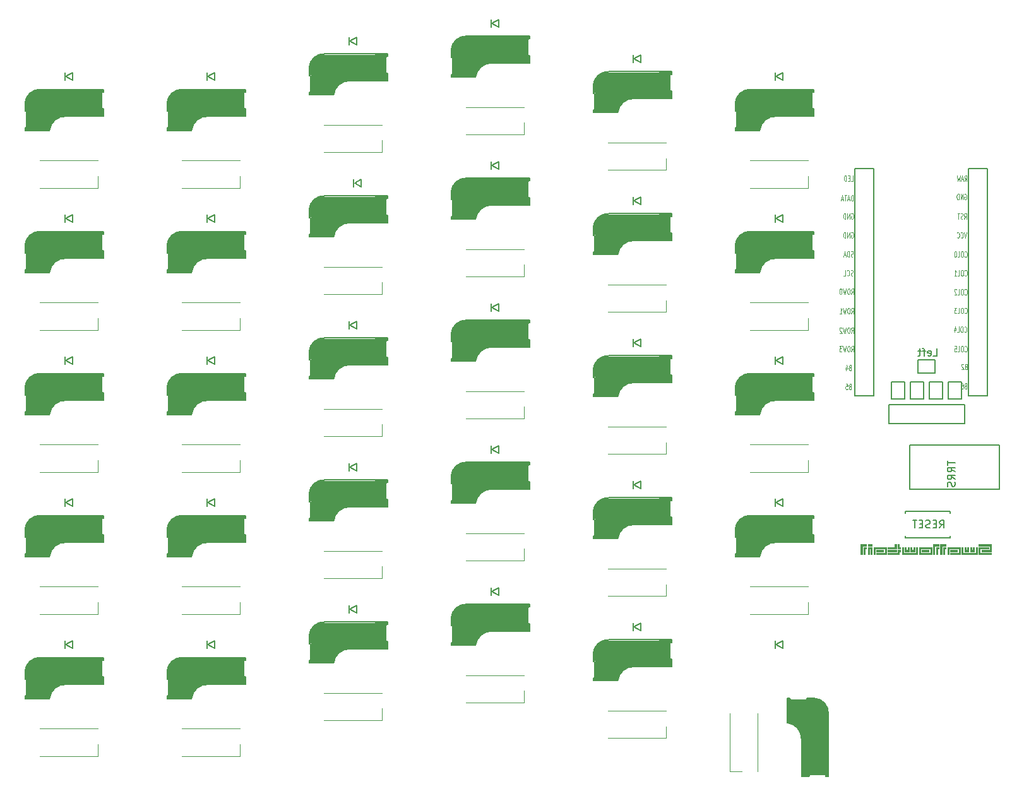
<source format=gbr>
%TF.GenerationSoftware,KiCad,Pcbnew,5.1.9-73d0e3b20d~88~ubuntu18.04.1*%
%TF.CreationDate,2021-03-13T15:22:26+09:00*%
%TF.ProjectId,swallowtail,7377616c-6c6f-4777-9461-696c2e6b6963,rev?*%
%TF.SameCoordinates,Original*%
%TF.FileFunction,Legend,Bot*%
%TF.FilePolarity,Positive*%
%FSLAX46Y46*%
G04 Gerber Fmt 4.6, Leading zero omitted, Abs format (unit mm)*
G04 Created by KiCad (PCBNEW 5.1.9-73d0e3b20d~88~ubuntu18.04.1) date 2021-03-13 15:22:26*
%MOMM*%
%LPD*%
G01*
G04 APERTURE LIST*
%ADD10C,0.150000*%
%ADD11C,0.300000*%
%ADD12C,0.800000*%
%ADD13C,3.000000*%
%ADD14C,0.500000*%
%ADD15C,1.000000*%
%ADD16C,3.500000*%
%ADD17C,0.400000*%
%ADD18C,0.010000*%
%ADD19C,0.120000*%
%ADD20C,0.125000*%
G04 APERTURE END LIST*
D10*
X159948476Y-89860380D02*
X160424666Y-89860380D01*
X160424666Y-88860380D01*
X159234190Y-89812761D02*
X159329428Y-89860380D01*
X159519904Y-89860380D01*
X159615142Y-89812761D01*
X159662761Y-89717523D01*
X159662761Y-89336571D01*
X159615142Y-89241333D01*
X159519904Y-89193714D01*
X159329428Y-89193714D01*
X159234190Y-89241333D01*
X159186571Y-89336571D01*
X159186571Y-89431809D01*
X159662761Y-89527047D01*
X158900857Y-89193714D02*
X158519904Y-89193714D01*
X158758000Y-89860380D02*
X158758000Y-89003238D01*
X158710380Y-88908000D01*
X158615142Y-88860380D01*
X158519904Y-88860380D01*
X158329428Y-89193714D02*
X157948476Y-89193714D01*
X158186571Y-88860380D02*
X158186571Y-89717523D01*
X158138952Y-89812761D01*
X158043714Y-89860380D01*
X157948476Y-89860380D01*
D11*
%TO.C,SW24*%
X133503125Y-114071874D02*
X133503125Y-113171875D01*
D12*
X134003125Y-116271875D02*
X134003125Y-114471876D01*
D13*
X135133125Y-112771875D02*
X135133125Y-115011875D01*
D14*
X143603125Y-114571875D02*
X142203125Y-114571875D01*
D15*
X143203125Y-111871875D02*
X143203125Y-114371875D01*
D16*
X141903125Y-113071875D02*
X135203125Y-113071875D01*
D10*
X143903125Y-114871875D02*
X143903125Y-113871875D01*
X143903125Y-113871875D02*
X143703125Y-113871875D01*
X143683125Y-113871875D02*
X143683125Y-111621875D01*
X143703125Y-111621875D02*
X143903125Y-111621875D01*
X133403125Y-114171875D02*
X133603125Y-114171875D01*
X133633125Y-114171875D02*
X133633125Y-116411875D01*
X133603125Y-116411875D02*
X133403125Y-116411875D01*
X133403125Y-116771875D02*
X133403125Y-116411875D01*
X133403125Y-113171875D02*
X133403125Y-114171875D01*
X133403125Y-116771875D02*
X136683125Y-116771875D01*
X138903125Y-114871875D02*
X143903125Y-114871875D01*
X143903125Y-111271875D02*
X135503124Y-111271875D01*
X143903125Y-111621875D02*
X143903125Y-111271875D01*
D14*
X133603125Y-116571875D02*
X136303125Y-116571875D01*
D17*
X143703125Y-111471875D02*
X142303125Y-111471875D01*
X143703125Y-113971875D02*
X143703125Y-114671875D01*
D15*
X136286807Y-116350404D02*
G75*
G02*
X138503125Y-114471875I2151318J-291471D01*
G01*
D10*
X133403125Y-113171876D02*
G75*
G02*
X135503124Y-111271875I2000000J-99999D01*
G01*
X136686807Y-116750404D02*
G75*
G02*
X138903125Y-114871875I2151318J-291471D01*
G01*
D18*
%TO.C,G\u002A\u002A\u002A*%
G36*
X166052500Y-116490750D02*
G01*
X167767000Y-116490750D01*
X167767000Y-116300250D01*
X166243000Y-116300250D01*
X166243000Y-115728750D01*
X167386000Y-115728750D01*
X167386000Y-115538250D01*
X166052500Y-115538250D01*
X166052500Y-116490750D01*
G37*
X166052500Y-116490750D02*
X167767000Y-116490750D01*
X167767000Y-116300250D01*
X166243000Y-116300250D01*
X166243000Y-115728750D01*
X167386000Y-115728750D01*
X167386000Y-115538250D01*
X166052500Y-115538250D01*
X166052500Y-116490750D01*
G36*
X165671500Y-116300250D02*
G01*
X163957000Y-116300250D01*
X163957000Y-115538250D01*
X163766500Y-115538250D01*
X163766500Y-116490750D01*
X165862000Y-116490750D01*
X165862000Y-115538250D01*
X165671500Y-115538250D01*
X165671500Y-116300250D01*
G37*
X165671500Y-116300250D02*
X163957000Y-116300250D01*
X163957000Y-115538250D01*
X163766500Y-115538250D01*
X163766500Y-116490750D01*
X165862000Y-116490750D01*
X165862000Y-115538250D01*
X165671500Y-115538250D01*
X165671500Y-116300250D01*
G36*
X161861500Y-116490750D02*
G01*
X162052000Y-116490750D01*
X162052000Y-115728750D01*
X163385500Y-115728750D01*
X163385500Y-116300250D01*
X162242500Y-116300250D01*
X162242500Y-116490750D01*
X163576000Y-116490750D01*
X163576000Y-115538250D01*
X161861500Y-115538250D01*
X161861500Y-116490750D01*
G37*
X161861500Y-116490750D02*
X162052000Y-116490750D01*
X162052000Y-115728750D01*
X163385500Y-115728750D01*
X163385500Y-116300250D01*
X162242500Y-116300250D01*
X162242500Y-116490750D01*
X163576000Y-116490750D01*
X163576000Y-115538250D01*
X161861500Y-115538250D01*
X161861500Y-116490750D01*
G36*
X161290000Y-116490750D02*
G01*
X161480500Y-116490750D01*
X161480500Y-115728750D01*
X161575750Y-115728750D01*
X161643216Y-115720882D01*
X161668082Y-115683772D01*
X161671000Y-115633500D01*
X161671000Y-115538250D01*
X161290000Y-115538250D01*
X161290000Y-116490750D01*
G37*
X161290000Y-116490750D02*
X161480500Y-116490750D01*
X161480500Y-115728750D01*
X161575750Y-115728750D01*
X161643216Y-115720882D01*
X161668082Y-115683772D01*
X161671000Y-115633500D01*
X161671000Y-115538250D01*
X161290000Y-115538250D01*
X161290000Y-116490750D01*
G36*
X160909000Y-116490750D02*
G01*
X161099500Y-116490750D01*
X161099500Y-115347750D01*
X161671000Y-115347750D01*
X161671000Y-115157250D01*
X160909000Y-115157250D01*
X160909000Y-116490750D01*
G37*
X160909000Y-116490750D02*
X161099500Y-116490750D01*
X161099500Y-115347750D01*
X161671000Y-115347750D01*
X161671000Y-115157250D01*
X160909000Y-115157250D01*
X160909000Y-116490750D01*
G36*
X160337500Y-116490750D02*
G01*
X160528000Y-116490750D01*
X160528000Y-115728750D01*
X160623250Y-115728750D01*
X160690716Y-115720882D01*
X160715582Y-115683772D01*
X160718500Y-115633500D01*
X160718500Y-115538250D01*
X160337500Y-115538250D01*
X160337500Y-116490750D01*
G37*
X160337500Y-116490750D02*
X160528000Y-116490750D01*
X160528000Y-115728750D01*
X160623250Y-115728750D01*
X160690716Y-115720882D01*
X160715582Y-115683772D01*
X160718500Y-115633500D01*
X160718500Y-115538250D01*
X160337500Y-115538250D01*
X160337500Y-116490750D01*
G36*
X159956500Y-116490750D02*
G01*
X160147000Y-116490750D01*
X160147000Y-115347750D01*
X160718500Y-115347750D01*
X160718500Y-115157250D01*
X159956500Y-115157250D01*
X159956500Y-116490750D01*
G37*
X159956500Y-116490750D02*
X160147000Y-116490750D01*
X160147000Y-115347750D01*
X160718500Y-115347750D01*
X160718500Y-115157250D01*
X159956500Y-115157250D01*
X159956500Y-116490750D01*
G36*
X158051500Y-116490750D02*
G01*
X159766000Y-116490750D01*
X159766000Y-115728750D01*
X159575500Y-115728750D01*
X159575500Y-116300250D01*
X158242000Y-116300250D01*
X158242000Y-115728750D01*
X159575500Y-115728750D01*
X159766000Y-115728750D01*
X159766000Y-115538250D01*
X158051500Y-115538250D01*
X158051500Y-116490750D01*
G37*
X158051500Y-116490750D02*
X159766000Y-116490750D01*
X159766000Y-115728750D01*
X159575500Y-115728750D01*
X159575500Y-116300250D01*
X158242000Y-116300250D01*
X158242000Y-115728750D01*
X159575500Y-115728750D01*
X159766000Y-115728750D01*
X159766000Y-115538250D01*
X158051500Y-115538250D01*
X158051500Y-116490750D01*
G36*
X157670500Y-116300250D02*
G01*
X155956000Y-116300250D01*
X155956000Y-115538250D01*
X155765500Y-115538250D01*
X155765500Y-116490750D01*
X157861000Y-116490750D01*
X157861000Y-115538250D01*
X157670500Y-115538250D01*
X157670500Y-116300250D01*
G37*
X157670500Y-116300250D02*
X155956000Y-116300250D01*
X155956000Y-115538250D01*
X155765500Y-115538250D01*
X155765500Y-116490750D01*
X157861000Y-116490750D01*
X157861000Y-115538250D01*
X157670500Y-115538250D01*
X157670500Y-116300250D01*
G36*
X155194000Y-116300250D02*
G01*
X153860500Y-116300250D01*
X153860500Y-116490750D01*
X155384500Y-116490750D01*
X155384500Y-116109750D01*
X155479750Y-116109750D01*
X155547216Y-116101882D01*
X155572082Y-116064772D01*
X155575000Y-116014500D01*
X155575000Y-115919250D01*
X155194000Y-115919250D01*
X155194000Y-116300250D01*
G37*
X155194000Y-116300250D02*
X153860500Y-116300250D01*
X153860500Y-116490750D01*
X155384500Y-116490750D01*
X155384500Y-116109750D01*
X155479750Y-116109750D01*
X155547216Y-116101882D01*
X155572082Y-116064772D01*
X155575000Y-116014500D01*
X155575000Y-115919250D01*
X155194000Y-115919250D01*
X155194000Y-116300250D01*
G36*
X151955500Y-116490750D02*
G01*
X152146000Y-116490750D01*
X152146000Y-115728750D01*
X153479500Y-115728750D01*
X153479500Y-116300250D01*
X152336500Y-116300250D01*
X152336500Y-116490750D01*
X153670000Y-116490750D01*
X153670000Y-115538250D01*
X151955500Y-115538250D01*
X151955500Y-116490750D01*
G37*
X151955500Y-116490750D02*
X152146000Y-116490750D01*
X152146000Y-115728750D01*
X153479500Y-115728750D01*
X153479500Y-116300250D01*
X152336500Y-116300250D01*
X152336500Y-116490750D01*
X153670000Y-116490750D01*
X153670000Y-115538250D01*
X151955500Y-115538250D01*
X151955500Y-116490750D01*
G36*
X151193500Y-116490750D02*
G01*
X151384000Y-116490750D01*
X151384000Y-115728750D01*
X151574500Y-115728750D01*
X151574500Y-116490750D01*
X151765000Y-116490750D01*
X151765000Y-115538250D01*
X151193500Y-115538250D01*
X151193500Y-116490750D01*
G37*
X151193500Y-116490750D02*
X151384000Y-116490750D01*
X151384000Y-115728750D01*
X151574500Y-115728750D01*
X151574500Y-116490750D01*
X151765000Y-116490750D01*
X151765000Y-115538250D01*
X151193500Y-115538250D01*
X151193500Y-116490750D01*
G36*
X150622000Y-116490750D02*
G01*
X150812500Y-116490750D01*
X150812500Y-115728750D01*
X150907750Y-115728750D01*
X150975216Y-115720882D01*
X151000082Y-115683772D01*
X151003000Y-115633500D01*
X151003000Y-115538250D01*
X150622000Y-115538250D01*
X150622000Y-116490750D01*
G37*
X150622000Y-116490750D02*
X150812500Y-116490750D01*
X150812500Y-115728750D01*
X150907750Y-115728750D01*
X150975216Y-115720882D01*
X151000082Y-115683772D01*
X151003000Y-115633500D01*
X151003000Y-115538250D01*
X150622000Y-115538250D01*
X150622000Y-116490750D01*
G36*
X150241000Y-116490750D02*
G01*
X150431500Y-116490750D01*
X150431500Y-115347750D01*
X151003000Y-115347750D01*
X151003000Y-115157250D01*
X150241000Y-115157250D01*
X150241000Y-116490750D01*
G37*
X150241000Y-116490750D02*
X150431500Y-116490750D01*
X150431500Y-115347750D01*
X151003000Y-115347750D01*
X151003000Y-115157250D01*
X150241000Y-115157250D01*
X150241000Y-116490750D01*
G36*
X166052500Y-115347750D02*
G01*
X167576500Y-115347750D01*
X167576500Y-115919250D01*
X166433500Y-115919250D01*
X166433500Y-116109750D01*
X167767000Y-116109750D01*
X167767000Y-115157250D01*
X166052500Y-115157250D01*
X166052500Y-115347750D01*
G37*
X166052500Y-115347750D02*
X167576500Y-115347750D01*
X167576500Y-115919250D01*
X166433500Y-115919250D01*
X166433500Y-116109750D01*
X167767000Y-116109750D01*
X167767000Y-115157250D01*
X166052500Y-115157250D01*
X166052500Y-115347750D01*
G36*
X165290500Y-115919250D02*
G01*
X165100000Y-115919250D01*
X165100000Y-115538250D01*
X164909500Y-115538250D01*
X164909500Y-116109750D01*
X165481000Y-116109750D01*
X165481000Y-115538250D01*
X165290500Y-115538250D01*
X165290500Y-115919250D01*
G37*
X165290500Y-115919250D02*
X165100000Y-115919250D01*
X165100000Y-115538250D01*
X164909500Y-115538250D01*
X164909500Y-116109750D01*
X165481000Y-116109750D01*
X165481000Y-115538250D01*
X165290500Y-115538250D01*
X165290500Y-115919250D01*
G36*
X164528500Y-115919250D02*
G01*
X164338000Y-115919250D01*
X164338000Y-115538250D01*
X164147500Y-115538250D01*
X164147500Y-116109750D01*
X164719000Y-116109750D01*
X164719000Y-115538250D01*
X164528500Y-115538250D01*
X164528500Y-115919250D01*
G37*
X164528500Y-115919250D02*
X164338000Y-115919250D01*
X164338000Y-115538250D01*
X164147500Y-115538250D01*
X164147500Y-116109750D01*
X164719000Y-116109750D01*
X164719000Y-115538250D01*
X164528500Y-115538250D01*
X164528500Y-115919250D01*
G36*
X162242500Y-116109750D02*
G01*
X163195000Y-116109750D01*
X163195000Y-115919250D01*
X162242500Y-115919250D01*
X162242500Y-116109750D01*
G37*
X162242500Y-116109750D02*
X163195000Y-116109750D01*
X163195000Y-115919250D01*
X162242500Y-115919250D01*
X162242500Y-116109750D01*
G36*
X157289500Y-115919250D02*
G01*
X157099000Y-115919250D01*
X157099000Y-115538250D01*
X156908500Y-115538250D01*
X156908500Y-116109750D01*
X157480000Y-116109750D01*
X157480000Y-115538250D01*
X157289500Y-115538250D01*
X157289500Y-115919250D01*
G37*
X157289500Y-115919250D02*
X157099000Y-115919250D01*
X157099000Y-115538250D01*
X156908500Y-115538250D01*
X156908500Y-116109750D01*
X157480000Y-116109750D01*
X157480000Y-115538250D01*
X157289500Y-115538250D01*
X157289500Y-115919250D01*
G36*
X156527500Y-115919250D02*
G01*
X156337000Y-115919250D01*
X156337000Y-115538250D01*
X156146500Y-115538250D01*
X156146500Y-116109750D01*
X156718000Y-116109750D01*
X156718000Y-115538250D01*
X156527500Y-115538250D01*
X156527500Y-115919250D01*
G37*
X156527500Y-115919250D02*
X156337000Y-115919250D01*
X156337000Y-115538250D01*
X156146500Y-115538250D01*
X156146500Y-116109750D01*
X156718000Y-116109750D01*
X156718000Y-115538250D01*
X156527500Y-115538250D01*
X156527500Y-115919250D01*
G36*
X153860500Y-116109750D02*
G01*
X155003500Y-116109750D01*
X155003500Y-115919250D01*
X153860500Y-115919250D01*
X153860500Y-116109750D01*
G37*
X153860500Y-116109750D02*
X155003500Y-116109750D01*
X155003500Y-115919250D01*
X153860500Y-115919250D01*
X153860500Y-116109750D01*
G36*
X152336500Y-116109750D02*
G01*
X153289000Y-116109750D01*
X153289000Y-115919250D01*
X152336500Y-115919250D01*
X152336500Y-116109750D01*
G37*
X152336500Y-116109750D02*
X153289000Y-116109750D01*
X153289000Y-115919250D01*
X152336500Y-115919250D01*
X152336500Y-116109750D01*
G36*
X155194000Y-115728750D02*
G01*
X155575000Y-115728750D01*
X155575000Y-115633500D01*
X155567133Y-115566034D01*
X155530023Y-115541168D01*
X155479750Y-115538250D01*
X155384500Y-115538250D01*
X155384500Y-115157250D01*
X155194000Y-115157250D01*
X155194000Y-115728750D01*
G37*
X155194000Y-115728750D02*
X155575000Y-115728750D01*
X155575000Y-115633500D01*
X155567133Y-115566034D01*
X155530023Y-115541168D01*
X155479750Y-115538250D01*
X155384500Y-115538250D01*
X155384500Y-115157250D01*
X155194000Y-115157250D01*
X155194000Y-115728750D01*
G36*
X154813000Y-115538250D02*
G01*
X153860500Y-115538250D01*
X153860500Y-115728750D01*
X155003500Y-115728750D01*
X155003500Y-115157250D01*
X154813000Y-115157250D01*
X154813000Y-115538250D01*
G37*
X154813000Y-115538250D02*
X153860500Y-115538250D01*
X153860500Y-115728750D01*
X155003500Y-115728750D01*
X155003500Y-115157250D01*
X154813000Y-115157250D01*
X154813000Y-115538250D01*
G36*
X151193500Y-115347750D02*
G01*
X151765000Y-115347750D01*
X151765000Y-115157250D01*
X151193500Y-115157250D01*
X151193500Y-115347750D01*
G37*
X151193500Y-115347750D02*
X151765000Y-115347750D01*
X151765000Y-115157250D01*
X151193500Y-115157250D01*
X151193500Y-115347750D01*
G36*
X158432500Y-116109750D02*
G01*
X159385000Y-116109750D01*
X159385000Y-115919250D01*
X158432500Y-115919250D01*
X158432500Y-116109750D01*
G37*
X158432500Y-116109750D02*
X159385000Y-116109750D01*
X159385000Y-115919250D01*
X158432500Y-115919250D01*
X158432500Y-116109750D01*
D10*
%TO.C,D1*%
X44553125Y-52887500D02*
X44553125Y-51887500D01*
X44553125Y-51887500D02*
X43653125Y-52387500D01*
X43653125Y-52387500D02*
X44553125Y-52887500D01*
X43553125Y-52887500D02*
X43553125Y-51887500D01*
%TO.C,D2*%
X63603125Y-52887500D02*
X63603125Y-51887500D01*
X63603125Y-51887500D02*
X62703125Y-52387500D01*
X62703125Y-52387500D02*
X63603125Y-52887500D01*
X62603125Y-52887500D02*
X62603125Y-51887500D01*
%TO.C,D3*%
X82653125Y-48125000D02*
X82653125Y-47125000D01*
X82653125Y-47125000D02*
X81753125Y-47625000D01*
X81753125Y-47625000D02*
X82653125Y-48125000D01*
X81653125Y-48125000D02*
X81653125Y-47125000D01*
%TO.C,D4*%
X101703125Y-45743750D02*
X101703125Y-44743750D01*
X101703125Y-44743750D02*
X100803125Y-45243750D01*
X100803125Y-45243750D02*
X101703125Y-45743750D01*
X100703125Y-45743750D02*
X100703125Y-44743750D01*
%TO.C,D5*%
X120753125Y-50506250D02*
X120753125Y-49506250D01*
X120753125Y-49506250D02*
X119853125Y-50006250D01*
X119853125Y-50006250D02*
X120753125Y-50506250D01*
X119753125Y-50506250D02*
X119753125Y-49506250D01*
%TO.C,D6*%
X139803125Y-52887500D02*
X139803125Y-51887500D01*
X139803125Y-51887500D02*
X138903125Y-52387500D01*
X138903125Y-52387500D02*
X139803125Y-52887500D01*
X138803125Y-52887500D02*
X138803125Y-51887500D01*
%TO.C,D7*%
X44553125Y-71937500D02*
X44553125Y-70937500D01*
X44553125Y-70937500D02*
X43653125Y-71437500D01*
X43653125Y-71437500D02*
X44553125Y-71937500D01*
X43553125Y-71937500D02*
X43553125Y-70937500D01*
%TO.C,D8*%
X63603125Y-71937500D02*
X63603125Y-70937500D01*
X63603125Y-70937500D02*
X62703125Y-71437500D01*
X62703125Y-71437500D02*
X63603125Y-71937500D01*
X62603125Y-71937500D02*
X62603125Y-70937500D01*
%TO.C,D9*%
X83259375Y-67175000D02*
X83259375Y-66175000D01*
X83259375Y-66175000D02*
X82359375Y-66675000D01*
X82359375Y-66675000D02*
X83259375Y-67175000D01*
X82259375Y-67175000D02*
X82259375Y-66175000D01*
%TO.C,D10*%
X101703125Y-64793750D02*
X101703125Y-63793750D01*
X101703125Y-63793750D02*
X100803125Y-64293750D01*
X100803125Y-64293750D02*
X101703125Y-64793750D01*
X100703125Y-64793750D02*
X100703125Y-63793750D01*
%TO.C,D11*%
X120753125Y-69556250D02*
X120753125Y-68556250D01*
X120753125Y-68556250D02*
X119853125Y-69056250D01*
X119853125Y-69056250D02*
X120753125Y-69556250D01*
X119753125Y-69556250D02*
X119753125Y-68556250D01*
%TO.C,D12*%
X139803125Y-71937500D02*
X139803125Y-70937500D01*
X139803125Y-70937500D02*
X138903125Y-71437500D01*
X138903125Y-71437500D02*
X139803125Y-71937500D01*
X138803125Y-71937500D02*
X138803125Y-70937500D01*
%TO.C,D13*%
X44553125Y-90987500D02*
X44553125Y-89987500D01*
X44553125Y-89987500D02*
X43653125Y-90487500D01*
X43653125Y-90487500D02*
X44553125Y-90987500D01*
X43553125Y-90987500D02*
X43553125Y-89987500D01*
%TO.C,D14*%
X63603125Y-90987500D02*
X63603125Y-89987500D01*
X63603125Y-89987500D02*
X62703125Y-90487500D01*
X62703125Y-90487500D02*
X63603125Y-90987500D01*
X62603125Y-90987500D02*
X62603125Y-89987500D01*
%TO.C,D15*%
X82653125Y-86225000D02*
X82653125Y-85225000D01*
X82653125Y-85225000D02*
X81753125Y-85725000D01*
X81753125Y-85725000D02*
X82653125Y-86225000D01*
X81653125Y-86225000D02*
X81653125Y-85225000D01*
%TO.C,D16*%
X101703125Y-83843750D02*
X101703125Y-82843750D01*
X101703125Y-82843750D02*
X100803125Y-83343750D01*
X100803125Y-83343750D02*
X101703125Y-83843750D01*
X100703125Y-83843750D02*
X100703125Y-82843750D01*
%TO.C,D17*%
X120753125Y-88606250D02*
X120753125Y-87606250D01*
X120753125Y-87606250D02*
X119853125Y-88106250D01*
X119853125Y-88106250D02*
X120753125Y-88606250D01*
X119753125Y-88606250D02*
X119753125Y-87606250D01*
%TO.C,D18*%
X139803125Y-90987500D02*
X139803125Y-89987500D01*
X139803125Y-89987500D02*
X138903125Y-90487500D01*
X138903125Y-90487500D02*
X139803125Y-90987500D01*
X138803125Y-90987500D02*
X138803125Y-89987500D01*
%TO.C,D19*%
X44553125Y-110037500D02*
X44553125Y-109037500D01*
X44553125Y-109037500D02*
X43653125Y-109537500D01*
X43653125Y-109537500D02*
X44553125Y-110037500D01*
X43553125Y-110037500D02*
X43553125Y-109037500D01*
%TO.C,D20*%
X63603125Y-110037500D02*
X63603125Y-109037500D01*
X63603125Y-109037500D02*
X62703125Y-109537500D01*
X62703125Y-109537500D02*
X63603125Y-110037500D01*
X62603125Y-110037500D02*
X62603125Y-109037500D01*
%TO.C,D21*%
X82653125Y-105275000D02*
X82653125Y-104275000D01*
X82653125Y-104275000D02*
X81753125Y-104775000D01*
X81753125Y-104775000D02*
X82653125Y-105275000D01*
X81653125Y-105275000D02*
X81653125Y-104275000D01*
%TO.C,D22*%
X101703125Y-102893750D02*
X101703125Y-101893750D01*
X101703125Y-101893750D02*
X100803125Y-102393750D01*
X100803125Y-102393750D02*
X101703125Y-102893750D01*
X100703125Y-102893750D02*
X100703125Y-101893750D01*
%TO.C,D23*%
X120753125Y-107656250D02*
X120753125Y-106656250D01*
X120753125Y-106656250D02*
X119853125Y-107156250D01*
X119853125Y-107156250D02*
X120753125Y-107656250D01*
X119753125Y-107656250D02*
X119753125Y-106656250D01*
%TO.C,D24*%
X139803125Y-110037500D02*
X139803125Y-109037500D01*
X139803125Y-109037500D02*
X138903125Y-109537500D01*
X138903125Y-109537500D02*
X139803125Y-110037500D01*
X138803125Y-110037500D02*
X138803125Y-109037500D01*
%TO.C,D25*%
X44553125Y-129087500D02*
X44553125Y-128087500D01*
X44553125Y-128087500D02*
X43653125Y-128587500D01*
X43653125Y-128587500D02*
X44553125Y-129087500D01*
X43553125Y-129087500D02*
X43553125Y-128087500D01*
%TO.C,D26*%
X63603125Y-129087500D02*
X63603125Y-128087500D01*
X63603125Y-128087500D02*
X62703125Y-128587500D01*
X62703125Y-128587500D02*
X63603125Y-129087500D01*
X62603125Y-129087500D02*
X62603125Y-128087500D01*
%TO.C,D27*%
X82653125Y-124325000D02*
X82653125Y-123325000D01*
X82653125Y-123325000D02*
X81753125Y-123825000D01*
X81753125Y-123825000D02*
X82653125Y-124325000D01*
X81653125Y-124325000D02*
X81653125Y-123325000D01*
%TO.C,D28*%
X101703125Y-121943750D02*
X101703125Y-120943750D01*
X101703125Y-120943750D02*
X100803125Y-121443750D01*
X100803125Y-121443750D02*
X101703125Y-121943750D01*
X100703125Y-121943750D02*
X100703125Y-120943750D01*
%TO.C,D29*%
X120753125Y-126706250D02*
X120753125Y-125706250D01*
X120753125Y-125706250D02*
X119853125Y-126206250D01*
X119853125Y-126206250D02*
X120753125Y-126706250D01*
X119753125Y-126706250D02*
X119753125Y-125706250D01*
%TO.C,D30*%
X139803125Y-129087500D02*
X139803125Y-128087500D01*
X139803125Y-128087500D02*
X138903125Y-128587500D01*
X138903125Y-128587500D02*
X139803125Y-129087500D01*
X138803125Y-129087500D02*
X138803125Y-128087500D01*
D19*
%TO.C,LED1*%
X47953125Y-65734375D02*
X47953125Y-67334375D01*
X47953125Y-67334375D02*
X40153125Y-67334375D01*
X40153125Y-63634375D02*
X47953125Y-63634375D01*
%TO.C,LED2*%
X67003125Y-65734375D02*
X67003125Y-67334375D01*
X67003125Y-67334375D02*
X59203125Y-67334375D01*
X59203125Y-63634375D02*
X67003125Y-63634375D01*
%TO.C,LED3*%
X86053125Y-60971875D02*
X86053125Y-62571875D01*
X86053125Y-62571875D02*
X78253125Y-62571875D01*
X78253125Y-58871875D02*
X86053125Y-58871875D01*
%TO.C,LED4*%
X105103125Y-58590625D02*
X105103125Y-60190625D01*
X105103125Y-60190625D02*
X97303125Y-60190625D01*
X97303125Y-56490625D02*
X105103125Y-56490625D01*
%TO.C,LED5*%
X124153125Y-63353125D02*
X124153125Y-64953125D01*
X124153125Y-64953125D02*
X116353125Y-64953125D01*
X116353125Y-61253125D02*
X124153125Y-61253125D01*
%TO.C,LED6*%
X143203125Y-65734375D02*
X143203125Y-67334375D01*
X143203125Y-67334375D02*
X135403125Y-67334375D01*
X135403125Y-63634375D02*
X143203125Y-63634375D01*
%TO.C,LED7*%
X47953125Y-84784375D02*
X47953125Y-86384375D01*
X47953125Y-86384375D02*
X40153125Y-86384375D01*
X40153125Y-82684375D02*
X47953125Y-82684375D01*
%TO.C,LED8*%
X67003125Y-84784375D02*
X67003125Y-86384375D01*
X67003125Y-86384375D02*
X59203125Y-86384375D01*
X59203125Y-82684375D02*
X67003125Y-82684375D01*
%TO.C,LED9*%
X86053125Y-80021875D02*
X86053125Y-81621875D01*
X86053125Y-81621875D02*
X78253125Y-81621875D01*
X78253125Y-77921875D02*
X86053125Y-77921875D01*
%TO.C,LED10*%
X105103125Y-77640625D02*
X105103125Y-79240625D01*
X105103125Y-79240625D02*
X97303125Y-79240625D01*
X97303125Y-75540625D02*
X105103125Y-75540625D01*
%TO.C,LED11*%
X124153125Y-82403125D02*
X124153125Y-84003125D01*
X124153125Y-84003125D02*
X116353125Y-84003125D01*
X116353125Y-80303125D02*
X124153125Y-80303125D01*
%TO.C,LED12*%
X143203125Y-84784375D02*
X143203125Y-86384375D01*
X143203125Y-86384375D02*
X135403125Y-86384375D01*
X135403125Y-82684375D02*
X143203125Y-82684375D01*
%TO.C,LED13*%
X47953125Y-103834375D02*
X47953125Y-105434375D01*
X47953125Y-105434375D02*
X40153125Y-105434375D01*
X40153125Y-101734375D02*
X47953125Y-101734375D01*
%TO.C,LED14*%
X67003125Y-103834375D02*
X67003125Y-105434375D01*
X67003125Y-105434375D02*
X59203125Y-105434375D01*
X59203125Y-101734375D02*
X67003125Y-101734375D01*
%TO.C,LED15*%
X86053125Y-99071875D02*
X86053125Y-100671875D01*
X86053125Y-100671875D02*
X78253125Y-100671875D01*
X78253125Y-96971875D02*
X86053125Y-96971875D01*
%TO.C,LED16*%
X105103125Y-96690625D02*
X105103125Y-98290625D01*
X105103125Y-98290625D02*
X97303125Y-98290625D01*
X97303125Y-94590625D02*
X105103125Y-94590625D01*
%TO.C,LED17*%
X124153125Y-101453125D02*
X124153125Y-103053125D01*
X124153125Y-103053125D02*
X116353125Y-103053125D01*
X116353125Y-99353125D02*
X124153125Y-99353125D01*
%TO.C,LED18*%
X143203125Y-103834375D02*
X143203125Y-105434375D01*
X143203125Y-105434375D02*
X135403125Y-105434375D01*
X135403125Y-101734375D02*
X143203125Y-101734375D01*
%TO.C,LED19*%
X47953125Y-122884375D02*
X47953125Y-124484375D01*
X47953125Y-124484375D02*
X40153125Y-124484375D01*
X40153125Y-120784375D02*
X47953125Y-120784375D01*
%TO.C,LED20*%
X67003125Y-122884375D02*
X67003125Y-124484375D01*
X67003125Y-124484375D02*
X59203125Y-124484375D01*
X59203125Y-120784375D02*
X67003125Y-120784375D01*
%TO.C,LED21*%
X86053125Y-118121875D02*
X86053125Y-119721875D01*
X86053125Y-119721875D02*
X78253125Y-119721875D01*
X78253125Y-116021875D02*
X86053125Y-116021875D01*
%TO.C,LED22*%
X105103125Y-115740625D02*
X105103125Y-117340625D01*
X105103125Y-117340625D02*
X97303125Y-117340625D01*
X97303125Y-113640625D02*
X105103125Y-113640625D01*
%TO.C,LED23*%
X124153125Y-120503125D02*
X124153125Y-122103125D01*
X124153125Y-122103125D02*
X116353125Y-122103125D01*
X116353125Y-118403125D02*
X124153125Y-118403125D01*
%TO.C,LED24*%
X143203125Y-122884375D02*
X143203125Y-124484375D01*
X143203125Y-124484375D02*
X135403125Y-124484375D01*
X135403125Y-120784375D02*
X143203125Y-120784375D01*
%TO.C,LED25*%
X47953125Y-141934375D02*
X47953125Y-143534375D01*
X47953125Y-143534375D02*
X40153125Y-143534375D01*
X40153125Y-139834375D02*
X47953125Y-139834375D01*
%TO.C,LED26*%
X67003125Y-141934375D02*
X67003125Y-143534375D01*
X67003125Y-143534375D02*
X59203125Y-143534375D01*
X59203125Y-139834375D02*
X67003125Y-139834375D01*
%TO.C,LED27*%
X86053125Y-137171875D02*
X86053125Y-138771875D01*
X86053125Y-138771875D02*
X78253125Y-138771875D01*
X78253125Y-135071875D02*
X86053125Y-135071875D01*
%TO.C,LED28*%
X105103125Y-134790625D02*
X105103125Y-136390625D01*
X105103125Y-136390625D02*
X97303125Y-136390625D01*
X97303125Y-132690625D02*
X105103125Y-132690625D01*
%TO.C,LED29*%
X124153125Y-139553125D02*
X124153125Y-141153125D01*
X124153125Y-141153125D02*
X116353125Y-141153125D01*
X116353125Y-137453125D02*
X124153125Y-137453125D01*
%TO.C,LED30*%
X134290625Y-145584375D02*
X132690625Y-145584375D01*
X132690625Y-145584375D02*
X132690625Y-137784375D01*
X136390625Y-137784375D02*
X136390625Y-145584375D01*
D11*
%TO.C,SW29*%
X114453125Y-130740624D02*
X114453125Y-129840625D01*
D12*
X114953125Y-132940625D02*
X114953125Y-131140626D01*
D13*
X116083125Y-129440625D02*
X116083125Y-131680625D01*
D14*
X124553125Y-131240625D02*
X123153125Y-131240625D01*
D15*
X124153125Y-128540625D02*
X124153125Y-131040625D01*
D16*
X122853125Y-129740625D02*
X116153125Y-129740625D01*
D10*
X124853125Y-131540625D02*
X124853125Y-130540625D01*
X124853125Y-130540625D02*
X124653125Y-130540625D01*
X124633125Y-130540625D02*
X124633125Y-128290625D01*
X124653125Y-128290625D02*
X124853125Y-128290625D01*
X114353125Y-130840625D02*
X114553125Y-130840625D01*
X114583125Y-130840625D02*
X114583125Y-133080625D01*
X114553125Y-133080625D02*
X114353125Y-133080625D01*
X114353125Y-133440625D02*
X114353125Y-133080625D01*
X114353125Y-129840625D02*
X114353125Y-130840625D01*
X114353125Y-133440625D02*
X117633125Y-133440625D01*
X119853125Y-131540625D02*
X124853125Y-131540625D01*
X124853125Y-127940625D02*
X116453124Y-127940625D01*
X124853125Y-128290625D02*
X124853125Y-127940625D01*
D14*
X114553125Y-133240625D02*
X117253125Y-133240625D01*
D17*
X124653125Y-128140625D02*
X123253125Y-128140625D01*
X124653125Y-130640625D02*
X124653125Y-131340625D01*
D15*
X117236807Y-133019154D02*
G75*
G02*
X119453125Y-131140625I2151318J-291471D01*
G01*
D10*
X114353125Y-129840626D02*
G75*
G02*
X116453124Y-127940625I2000000J-99999D01*
G01*
X117636807Y-133419154D02*
G75*
G02*
X119853125Y-131540625I2151318J-291471D01*
G01*
D11*
%TO.C,SW4*%
X95403125Y-49778124D02*
X95403125Y-48878125D01*
D12*
X95903125Y-51978125D02*
X95903125Y-50178126D01*
D13*
X97033125Y-48478125D02*
X97033125Y-50718125D01*
D14*
X105503125Y-50278125D02*
X104103125Y-50278125D01*
D15*
X105103125Y-47578125D02*
X105103125Y-50078125D01*
D16*
X103803125Y-48778125D02*
X97103125Y-48778125D01*
D10*
X105803125Y-50578125D02*
X105803125Y-49578125D01*
X105803125Y-49578125D02*
X105603125Y-49578125D01*
X105583125Y-49578125D02*
X105583125Y-47328125D01*
X105603125Y-47328125D02*
X105803125Y-47328125D01*
X95303125Y-49878125D02*
X95503125Y-49878125D01*
X95533125Y-49878125D02*
X95533125Y-52118125D01*
X95503125Y-52118125D02*
X95303125Y-52118125D01*
X95303125Y-52478125D02*
X95303125Y-52118125D01*
X95303125Y-48878125D02*
X95303125Y-49878125D01*
X95303125Y-52478125D02*
X98583125Y-52478125D01*
X100803125Y-50578125D02*
X105803125Y-50578125D01*
X105803125Y-46978125D02*
X97403124Y-46978125D01*
X105803125Y-47328125D02*
X105803125Y-46978125D01*
D14*
X95503125Y-52278125D02*
X98203125Y-52278125D01*
D17*
X105603125Y-47178125D02*
X104203125Y-47178125D01*
X105603125Y-49678125D02*
X105603125Y-50378125D01*
D15*
X98186807Y-52056654D02*
G75*
G02*
X100403125Y-50178125I2151318J-291471D01*
G01*
D10*
X95303125Y-48878126D02*
G75*
G02*
X97403124Y-46978125I2000000J-99999D01*
G01*
X98586807Y-52456654D02*
G75*
G02*
X100803125Y-50578125I2151318J-291471D01*
G01*
D11*
%TO.C,SW30*%
X143103126Y-135884375D02*
X144003125Y-135884375D01*
D12*
X140903125Y-136384375D02*
X142703124Y-136384375D01*
D13*
X144403125Y-137514375D02*
X142163125Y-137514375D01*
D14*
X142603125Y-145984375D02*
X142603125Y-144584375D01*
D15*
X145303125Y-145584375D02*
X142803125Y-145584375D01*
D16*
X144103125Y-144284375D02*
X144103125Y-137584375D01*
D10*
X142303125Y-146284375D02*
X143303125Y-146284375D01*
X143303125Y-146284375D02*
X143303125Y-146084375D01*
X143303125Y-146064375D02*
X145553125Y-146064375D01*
X145553125Y-146084375D02*
X145553125Y-146284375D01*
X143003125Y-135784375D02*
X143003125Y-135984375D01*
X143003125Y-136014375D02*
X140763125Y-136014375D01*
X140763125Y-135984375D02*
X140763125Y-135784375D01*
X140403125Y-135784375D02*
X140763125Y-135784375D01*
X144003125Y-135784375D02*
X143003125Y-135784375D01*
X140403125Y-135784375D02*
X140403125Y-139064375D01*
X142303125Y-141284375D02*
X142303125Y-146284375D01*
X145903125Y-146284375D02*
X145903125Y-137884374D01*
X145553125Y-146284375D02*
X145903125Y-146284375D01*
D14*
X140603125Y-135984375D02*
X140603125Y-138684375D01*
D17*
X145703125Y-146084375D02*
X145703125Y-144684375D01*
X143203125Y-146084375D02*
X142503125Y-146084375D01*
D15*
X140824596Y-138668057D02*
G75*
G02*
X142703125Y-140884375I-291471J-2151318D01*
G01*
D10*
X144003124Y-135784375D02*
G75*
G02*
X145903125Y-137884374I-99999J-2000000D01*
G01*
X140424596Y-139068057D02*
G75*
G02*
X142303125Y-141284375I-291471J-2151318D01*
G01*
D11*
%TO.C,SW25*%
X38253125Y-133121874D02*
X38253125Y-132221875D01*
D12*
X38753125Y-135321875D02*
X38753125Y-133521876D01*
D13*
X39883125Y-131821875D02*
X39883125Y-134061875D01*
D14*
X48353125Y-133621875D02*
X46953125Y-133621875D01*
D15*
X47953125Y-130921875D02*
X47953125Y-133421875D01*
D16*
X46653125Y-132121875D02*
X39953125Y-132121875D01*
D10*
X48653125Y-133921875D02*
X48653125Y-132921875D01*
X48653125Y-132921875D02*
X48453125Y-132921875D01*
X48433125Y-132921875D02*
X48433125Y-130671875D01*
X48453125Y-130671875D02*
X48653125Y-130671875D01*
X38153125Y-133221875D02*
X38353125Y-133221875D01*
X38383125Y-133221875D02*
X38383125Y-135461875D01*
X38353125Y-135461875D02*
X38153125Y-135461875D01*
X38153125Y-135821875D02*
X38153125Y-135461875D01*
X38153125Y-132221875D02*
X38153125Y-133221875D01*
X38153125Y-135821875D02*
X41433125Y-135821875D01*
X43653125Y-133921875D02*
X48653125Y-133921875D01*
X48653125Y-130321875D02*
X40253124Y-130321875D01*
X48653125Y-130671875D02*
X48653125Y-130321875D01*
D14*
X38353125Y-135621875D02*
X41053125Y-135621875D01*
D17*
X48453125Y-130521875D02*
X47053125Y-130521875D01*
X48453125Y-133021875D02*
X48453125Y-133721875D01*
D15*
X41036807Y-135400404D02*
G75*
G02*
X43253125Y-133521875I2151318J-291471D01*
G01*
D10*
X38153125Y-132221876D02*
G75*
G02*
X40253124Y-130321875I2000000J-99999D01*
G01*
X41436807Y-135800404D02*
G75*
G02*
X43653125Y-133921875I2151318J-291471D01*
G01*
%TO.C,J1*%
X168846500Y-101787135D02*
X168846500Y-107787135D01*
X168846500Y-107787135D02*
X156846500Y-107787135D01*
X156846500Y-107787135D02*
X156846500Y-101787135D01*
X156846500Y-101787135D02*
X168846500Y-101787135D01*
%TO.C,J2*%
X153987500Y-98917135D02*
X153987500Y-96377135D01*
X164147500Y-98917135D02*
X153987500Y-98917135D01*
X164147500Y-96377135D02*
X164147500Y-98917135D01*
X153987500Y-96377135D02*
X164147500Y-96377135D01*
%TO.C,JP1*%
X160210500Y-90408135D02*
X157924500Y-90408135D01*
X157924500Y-90408135D02*
X157924500Y-92186135D01*
X157924500Y-92186135D02*
X160210500Y-92186135D01*
X160210500Y-92186135D02*
X160210500Y-90408135D01*
%TO.C,JP3*%
X161988500Y-95615135D02*
X163766500Y-95615135D01*
X161988500Y-93329135D02*
X161988500Y-95615135D01*
X163766500Y-93329135D02*
X161988500Y-93329135D01*
X163766500Y-95615135D02*
X163766500Y-93329135D01*
%TO.C,JP4*%
X161226500Y-95615135D02*
X161226500Y-93329135D01*
X161226500Y-93329135D02*
X159448500Y-93329135D01*
X159448500Y-93329135D02*
X159448500Y-95615135D01*
X159448500Y-95615135D02*
X161226500Y-95615135D01*
%TO.C,JP5*%
X156908500Y-95615135D02*
X158686500Y-95615135D01*
X156908500Y-93329135D02*
X156908500Y-95615135D01*
X158686500Y-93329135D02*
X156908500Y-93329135D01*
X158686500Y-95615135D02*
X158686500Y-93329135D01*
%TO.C,JP6*%
X156146500Y-95615135D02*
X156146500Y-93329135D01*
X156146500Y-93329135D02*
X154368500Y-93329135D01*
X154368500Y-93329135D02*
X154368500Y-95615135D01*
X154368500Y-95615135D02*
X156146500Y-95615135D01*
%TO.C,RSW1*%
X162246500Y-110740260D02*
X162246500Y-110990260D01*
X156246500Y-110740260D02*
X162246500Y-110740260D01*
X156246500Y-110990260D02*
X156246500Y-110740260D01*
X156246500Y-114240260D02*
X156246500Y-113990260D01*
X162246500Y-114240260D02*
X156246500Y-114240260D01*
X162246500Y-113990260D02*
X162246500Y-114240260D01*
D11*
%TO.C,SW1*%
X38253125Y-56921874D02*
X38253125Y-56021875D01*
D12*
X38753125Y-59121875D02*
X38753125Y-57321876D01*
D13*
X39883125Y-55621875D02*
X39883125Y-57861875D01*
D14*
X48353125Y-57421875D02*
X46953125Y-57421875D01*
D15*
X47953125Y-54721875D02*
X47953125Y-57221875D01*
D16*
X46653125Y-55921875D02*
X39953125Y-55921875D01*
D10*
X48653125Y-57721875D02*
X48653125Y-56721875D01*
X48653125Y-56721875D02*
X48453125Y-56721875D01*
X48433125Y-56721875D02*
X48433125Y-54471875D01*
X48453125Y-54471875D02*
X48653125Y-54471875D01*
X38153125Y-57021875D02*
X38353125Y-57021875D01*
X38383125Y-57021875D02*
X38383125Y-59261875D01*
X38353125Y-59261875D02*
X38153125Y-59261875D01*
X38153125Y-59621875D02*
X38153125Y-59261875D01*
X38153125Y-56021875D02*
X38153125Y-57021875D01*
X38153125Y-59621875D02*
X41433125Y-59621875D01*
X43653125Y-57721875D02*
X48653125Y-57721875D01*
X48653125Y-54121875D02*
X40253124Y-54121875D01*
X48653125Y-54471875D02*
X48653125Y-54121875D01*
D14*
X38353125Y-59421875D02*
X41053125Y-59421875D01*
D17*
X48453125Y-54321875D02*
X47053125Y-54321875D01*
X48453125Y-56821875D02*
X48453125Y-57521875D01*
D15*
X41036807Y-59200404D02*
G75*
G02*
X43253125Y-57321875I2151318J-291471D01*
G01*
D10*
X38153125Y-56021876D02*
G75*
G02*
X40253124Y-54121875I2000000J-99999D01*
G01*
X41436807Y-59600404D02*
G75*
G02*
X43653125Y-57721875I2151318J-291471D01*
G01*
D17*
%TO.C,SW2*%
X67503125Y-56821875D02*
X67503125Y-57521875D01*
X67503125Y-54321875D02*
X66103125Y-54321875D01*
D14*
X57403125Y-59421875D02*
X60103125Y-59421875D01*
D10*
X67703125Y-54471875D02*
X67703125Y-54121875D01*
X67703125Y-54121875D02*
X59303124Y-54121875D01*
X62703125Y-57721875D02*
X67703125Y-57721875D01*
X57203125Y-59621875D02*
X60483125Y-59621875D01*
X57203125Y-56021875D02*
X57203125Y-57021875D01*
X57203125Y-59621875D02*
X57203125Y-59261875D01*
X57403125Y-59261875D02*
X57203125Y-59261875D01*
X57433125Y-57021875D02*
X57433125Y-59261875D01*
X57203125Y-57021875D02*
X57403125Y-57021875D01*
X67503125Y-54471875D02*
X67703125Y-54471875D01*
X67483125Y-56721875D02*
X67483125Y-54471875D01*
X67703125Y-56721875D02*
X67503125Y-56721875D01*
X67703125Y-57721875D02*
X67703125Y-56721875D01*
D16*
X65703125Y-55921875D02*
X59003125Y-55921875D01*
D15*
X67003125Y-54721875D02*
X67003125Y-57221875D01*
D14*
X67403125Y-57421875D02*
X66003125Y-57421875D01*
D13*
X58933125Y-55621875D02*
X58933125Y-57861875D01*
D12*
X57803125Y-59121875D02*
X57803125Y-57321876D01*
D11*
X57303125Y-56921874D02*
X57303125Y-56021875D01*
D10*
X60486807Y-59600404D02*
G75*
G02*
X62703125Y-57721875I2151318J-291471D01*
G01*
X57203125Y-56021876D02*
G75*
G02*
X59303124Y-54121875I2000000J-99999D01*
G01*
D15*
X60086807Y-59200404D02*
G75*
G02*
X62303125Y-57321875I2151318J-291471D01*
G01*
D17*
%TO.C,SW3*%
X86553125Y-52059375D02*
X86553125Y-52759375D01*
X86553125Y-49559375D02*
X85153125Y-49559375D01*
D14*
X76453125Y-54659375D02*
X79153125Y-54659375D01*
D10*
X86753125Y-49709375D02*
X86753125Y-49359375D01*
X86753125Y-49359375D02*
X78353124Y-49359375D01*
X81753125Y-52959375D02*
X86753125Y-52959375D01*
X76253125Y-54859375D02*
X79533125Y-54859375D01*
X76253125Y-51259375D02*
X76253125Y-52259375D01*
X76253125Y-54859375D02*
X76253125Y-54499375D01*
X76453125Y-54499375D02*
X76253125Y-54499375D01*
X76483125Y-52259375D02*
X76483125Y-54499375D01*
X76253125Y-52259375D02*
X76453125Y-52259375D01*
X86553125Y-49709375D02*
X86753125Y-49709375D01*
X86533125Y-51959375D02*
X86533125Y-49709375D01*
X86753125Y-51959375D02*
X86553125Y-51959375D01*
X86753125Y-52959375D02*
X86753125Y-51959375D01*
D16*
X84753125Y-51159375D02*
X78053125Y-51159375D01*
D15*
X86053125Y-49959375D02*
X86053125Y-52459375D01*
D14*
X86453125Y-52659375D02*
X85053125Y-52659375D01*
D13*
X77983125Y-50859375D02*
X77983125Y-53099375D01*
D12*
X76853125Y-54359375D02*
X76853125Y-52559376D01*
D11*
X76353125Y-52159374D02*
X76353125Y-51259375D01*
D10*
X79536807Y-54837904D02*
G75*
G02*
X81753125Y-52959375I2151318J-291471D01*
G01*
X76253125Y-51259376D02*
G75*
G02*
X78353124Y-49359375I2000000J-99999D01*
G01*
D15*
X79136807Y-54437904D02*
G75*
G02*
X81353125Y-52559375I2151318J-291471D01*
G01*
D17*
%TO.C,SW5*%
X124653125Y-54440625D02*
X124653125Y-55140625D01*
X124653125Y-51940625D02*
X123253125Y-51940625D01*
D14*
X114553125Y-57040625D02*
X117253125Y-57040625D01*
D10*
X124853125Y-52090625D02*
X124853125Y-51740625D01*
X124853125Y-51740625D02*
X116453124Y-51740625D01*
X119853125Y-55340625D02*
X124853125Y-55340625D01*
X114353125Y-57240625D02*
X117633125Y-57240625D01*
X114353125Y-53640625D02*
X114353125Y-54640625D01*
X114353125Y-57240625D02*
X114353125Y-56880625D01*
X114553125Y-56880625D02*
X114353125Y-56880625D01*
X114583125Y-54640625D02*
X114583125Y-56880625D01*
X114353125Y-54640625D02*
X114553125Y-54640625D01*
X124653125Y-52090625D02*
X124853125Y-52090625D01*
X124633125Y-54340625D02*
X124633125Y-52090625D01*
X124853125Y-54340625D02*
X124653125Y-54340625D01*
X124853125Y-55340625D02*
X124853125Y-54340625D01*
D16*
X122853125Y-53540625D02*
X116153125Y-53540625D01*
D15*
X124153125Y-52340625D02*
X124153125Y-54840625D01*
D14*
X124553125Y-55040625D02*
X123153125Y-55040625D01*
D13*
X116083125Y-53240625D02*
X116083125Y-55480625D01*
D12*
X114953125Y-56740625D02*
X114953125Y-54940626D01*
D11*
X114453125Y-54540624D02*
X114453125Y-53640625D01*
D10*
X117636807Y-57219154D02*
G75*
G02*
X119853125Y-55340625I2151318J-291471D01*
G01*
X114353125Y-53640626D02*
G75*
G02*
X116453124Y-51740625I2000000J-99999D01*
G01*
D15*
X117236807Y-56819154D02*
G75*
G02*
X119453125Y-54940625I2151318J-291471D01*
G01*
D17*
%TO.C,SW6*%
X143703125Y-56821875D02*
X143703125Y-57521875D01*
X143703125Y-54321875D02*
X142303125Y-54321875D01*
D14*
X133603125Y-59421875D02*
X136303125Y-59421875D01*
D10*
X143903125Y-54471875D02*
X143903125Y-54121875D01*
X143903125Y-54121875D02*
X135503124Y-54121875D01*
X138903125Y-57721875D02*
X143903125Y-57721875D01*
X133403125Y-59621875D02*
X136683125Y-59621875D01*
X133403125Y-56021875D02*
X133403125Y-57021875D01*
X133403125Y-59621875D02*
X133403125Y-59261875D01*
X133603125Y-59261875D02*
X133403125Y-59261875D01*
X133633125Y-57021875D02*
X133633125Y-59261875D01*
X133403125Y-57021875D02*
X133603125Y-57021875D01*
X143703125Y-54471875D02*
X143903125Y-54471875D01*
X143683125Y-56721875D02*
X143683125Y-54471875D01*
X143903125Y-56721875D02*
X143703125Y-56721875D01*
X143903125Y-57721875D02*
X143903125Y-56721875D01*
D16*
X141903125Y-55921875D02*
X135203125Y-55921875D01*
D15*
X143203125Y-54721875D02*
X143203125Y-57221875D01*
D14*
X143603125Y-57421875D02*
X142203125Y-57421875D01*
D13*
X135133125Y-55621875D02*
X135133125Y-57861875D01*
D12*
X134003125Y-59121875D02*
X134003125Y-57321876D01*
D11*
X133503125Y-56921874D02*
X133503125Y-56021875D01*
D10*
X136686807Y-59600404D02*
G75*
G02*
X138903125Y-57721875I2151318J-291471D01*
G01*
X133403125Y-56021876D02*
G75*
G02*
X135503124Y-54121875I2000000J-99999D01*
G01*
D15*
X136286807Y-59200404D02*
G75*
G02*
X138503125Y-57321875I2151318J-291471D01*
G01*
D17*
%TO.C,SW7*%
X48453125Y-75871875D02*
X48453125Y-76571875D01*
X48453125Y-73371875D02*
X47053125Y-73371875D01*
D14*
X38353125Y-78471875D02*
X41053125Y-78471875D01*
D10*
X48653125Y-73521875D02*
X48653125Y-73171875D01*
X48653125Y-73171875D02*
X40253124Y-73171875D01*
X43653125Y-76771875D02*
X48653125Y-76771875D01*
X38153125Y-78671875D02*
X41433125Y-78671875D01*
X38153125Y-75071875D02*
X38153125Y-76071875D01*
X38153125Y-78671875D02*
X38153125Y-78311875D01*
X38353125Y-78311875D02*
X38153125Y-78311875D01*
X38383125Y-76071875D02*
X38383125Y-78311875D01*
X38153125Y-76071875D02*
X38353125Y-76071875D01*
X48453125Y-73521875D02*
X48653125Y-73521875D01*
X48433125Y-75771875D02*
X48433125Y-73521875D01*
X48653125Y-75771875D02*
X48453125Y-75771875D01*
X48653125Y-76771875D02*
X48653125Y-75771875D01*
D16*
X46653125Y-74971875D02*
X39953125Y-74971875D01*
D15*
X47953125Y-73771875D02*
X47953125Y-76271875D01*
D14*
X48353125Y-76471875D02*
X46953125Y-76471875D01*
D13*
X39883125Y-74671875D02*
X39883125Y-76911875D01*
D12*
X38753125Y-78171875D02*
X38753125Y-76371876D01*
D11*
X38253125Y-75971874D02*
X38253125Y-75071875D01*
D10*
X41436807Y-78650404D02*
G75*
G02*
X43653125Y-76771875I2151318J-291471D01*
G01*
X38153125Y-75071876D02*
G75*
G02*
X40253124Y-73171875I2000000J-99999D01*
G01*
D15*
X41036807Y-78250404D02*
G75*
G02*
X43253125Y-76371875I2151318J-291471D01*
G01*
D17*
%TO.C,SW8*%
X67503125Y-75871875D02*
X67503125Y-76571875D01*
X67503125Y-73371875D02*
X66103125Y-73371875D01*
D14*
X57403125Y-78471875D02*
X60103125Y-78471875D01*
D10*
X67703125Y-73521875D02*
X67703125Y-73171875D01*
X67703125Y-73171875D02*
X59303124Y-73171875D01*
X62703125Y-76771875D02*
X67703125Y-76771875D01*
X57203125Y-78671875D02*
X60483125Y-78671875D01*
X57203125Y-75071875D02*
X57203125Y-76071875D01*
X57203125Y-78671875D02*
X57203125Y-78311875D01*
X57403125Y-78311875D02*
X57203125Y-78311875D01*
X57433125Y-76071875D02*
X57433125Y-78311875D01*
X57203125Y-76071875D02*
X57403125Y-76071875D01*
X67503125Y-73521875D02*
X67703125Y-73521875D01*
X67483125Y-75771875D02*
X67483125Y-73521875D01*
X67703125Y-75771875D02*
X67503125Y-75771875D01*
X67703125Y-76771875D02*
X67703125Y-75771875D01*
D16*
X65703125Y-74971875D02*
X59003125Y-74971875D01*
D15*
X67003125Y-73771875D02*
X67003125Y-76271875D01*
D14*
X67403125Y-76471875D02*
X66003125Y-76471875D01*
D13*
X58933125Y-74671875D02*
X58933125Y-76911875D01*
D12*
X57803125Y-78171875D02*
X57803125Y-76371876D01*
D11*
X57303125Y-75971874D02*
X57303125Y-75071875D01*
D10*
X60486807Y-78650404D02*
G75*
G02*
X62703125Y-76771875I2151318J-291471D01*
G01*
X57203125Y-75071876D02*
G75*
G02*
X59303124Y-73171875I2000000J-99999D01*
G01*
D15*
X60086807Y-78250404D02*
G75*
G02*
X62303125Y-76371875I2151318J-291471D01*
G01*
D11*
%TO.C,SW9*%
X76353125Y-71209374D02*
X76353125Y-70309375D01*
D12*
X76853125Y-73409375D02*
X76853125Y-71609376D01*
D13*
X77983125Y-69909375D02*
X77983125Y-72149375D01*
D14*
X86453125Y-71709375D02*
X85053125Y-71709375D01*
D15*
X86053125Y-69009375D02*
X86053125Y-71509375D01*
D16*
X84753125Y-70209375D02*
X78053125Y-70209375D01*
D10*
X86753125Y-72009375D02*
X86753125Y-71009375D01*
X86753125Y-71009375D02*
X86553125Y-71009375D01*
X86533125Y-71009375D02*
X86533125Y-68759375D01*
X86553125Y-68759375D02*
X86753125Y-68759375D01*
X76253125Y-71309375D02*
X76453125Y-71309375D01*
X76483125Y-71309375D02*
X76483125Y-73549375D01*
X76453125Y-73549375D02*
X76253125Y-73549375D01*
X76253125Y-73909375D02*
X76253125Y-73549375D01*
X76253125Y-70309375D02*
X76253125Y-71309375D01*
X76253125Y-73909375D02*
X79533125Y-73909375D01*
X81753125Y-72009375D02*
X86753125Y-72009375D01*
X86753125Y-68409375D02*
X78353124Y-68409375D01*
X86753125Y-68759375D02*
X86753125Y-68409375D01*
D14*
X76453125Y-73709375D02*
X79153125Y-73709375D01*
D17*
X86553125Y-68609375D02*
X85153125Y-68609375D01*
X86553125Y-71109375D02*
X86553125Y-71809375D01*
D15*
X79136807Y-73487904D02*
G75*
G02*
X81353125Y-71609375I2151318J-291471D01*
G01*
D10*
X76253125Y-70309376D02*
G75*
G02*
X78353124Y-68409375I2000000J-99999D01*
G01*
X79536807Y-73887904D02*
G75*
G02*
X81753125Y-72009375I2151318J-291471D01*
G01*
D17*
%TO.C,SW10*%
X105603125Y-68728125D02*
X105603125Y-69428125D01*
X105603125Y-66228125D02*
X104203125Y-66228125D01*
D14*
X95503125Y-71328125D02*
X98203125Y-71328125D01*
D10*
X105803125Y-66378125D02*
X105803125Y-66028125D01*
X105803125Y-66028125D02*
X97403124Y-66028125D01*
X100803125Y-69628125D02*
X105803125Y-69628125D01*
X95303125Y-71528125D02*
X98583125Y-71528125D01*
X95303125Y-67928125D02*
X95303125Y-68928125D01*
X95303125Y-71528125D02*
X95303125Y-71168125D01*
X95503125Y-71168125D02*
X95303125Y-71168125D01*
X95533125Y-68928125D02*
X95533125Y-71168125D01*
X95303125Y-68928125D02*
X95503125Y-68928125D01*
X105603125Y-66378125D02*
X105803125Y-66378125D01*
X105583125Y-68628125D02*
X105583125Y-66378125D01*
X105803125Y-68628125D02*
X105603125Y-68628125D01*
X105803125Y-69628125D02*
X105803125Y-68628125D01*
D16*
X103803125Y-67828125D02*
X97103125Y-67828125D01*
D15*
X105103125Y-66628125D02*
X105103125Y-69128125D01*
D14*
X105503125Y-69328125D02*
X104103125Y-69328125D01*
D13*
X97033125Y-67528125D02*
X97033125Y-69768125D01*
D12*
X95903125Y-71028125D02*
X95903125Y-69228126D01*
D11*
X95403125Y-68828124D02*
X95403125Y-67928125D01*
D10*
X98586807Y-71506654D02*
G75*
G02*
X100803125Y-69628125I2151318J-291471D01*
G01*
X95303125Y-67928126D02*
G75*
G02*
X97403124Y-66028125I2000000J-99999D01*
G01*
D15*
X98186807Y-71106654D02*
G75*
G02*
X100403125Y-69228125I2151318J-291471D01*
G01*
D17*
%TO.C,SW11*%
X124653125Y-73490625D02*
X124653125Y-74190625D01*
X124653125Y-70990625D02*
X123253125Y-70990625D01*
D14*
X114553125Y-76090625D02*
X117253125Y-76090625D01*
D10*
X124853125Y-71140625D02*
X124853125Y-70790625D01*
X124853125Y-70790625D02*
X116453124Y-70790625D01*
X119853125Y-74390625D02*
X124853125Y-74390625D01*
X114353125Y-76290625D02*
X117633125Y-76290625D01*
X114353125Y-72690625D02*
X114353125Y-73690625D01*
X114353125Y-76290625D02*
X114353125Y-75930625D01*
X114553125Y-75930625D02*
X114353125Y-75930625D01*
X114583125Y-73690625D02*
X114583125Y-75930625D01*
X114353125Y-73690625D02*
X114553125Y-73690625D01*
X124653125Y-71140625D02*
X124853125Y-71140625D01*
X124633125Y-73390625D02*
X124633125Y-71140625D01*
X124853125Y-73390625D02*
X124653125Y-73390625D01*
X124853125Y-74390625D02*
X124853125Y-73390625D01*
D16*
X122853125Y-72590625D02*
X116153125Y-72590625D01*
D15*
X124153125Y-71390625D02*
X124153125Y-73890625D01*
D14*
X124553125Y-74090625D02*
X123153125Y-74090625D01*
D13*
X116083125Y-72290625D02*
X116083125Y-74530625D01*
D12*
X114953125Y-75790625D02*
X114953125Y-73990626D01*
D11*
X114453125Y-73590624D02*
X114453125Y-72690625D01*
D10*
X117636807Y-76269154D02*
G75*
G02*
X119853125Y-74390625I2151318J-291471D01*
G01*
X114353125Y-72690626D02*
G75*
G02*
X116453124Y-70790625I2000000J-99999D01*
G01*
D15*
X117236807Y-75869154D02*
G75*
G02*
X119453125Y-73990625I2151318J-291471D01*
G01*
D17*
%TO.C,SW12*%
X143703125Y-75871875D02*
X143703125Y-76571875D01*
X143703125Y-73371875D02*
X142303125Y-73371875D01*
D14*
X133603125Y-78471875D02*
X136303125Y-78471875D01*
D10*
X143903125Y-73521875D02*
X143903125Y-73171875D01*
X143903125Y-73171875D02*
X135503124Y-73171875D01*
X138903125Y-76771875D02*
X143903125Y-76771875D01*
X133403125Y-78671875D02*
X136683125Y-78671875D01*
X133403125Y-75071875D02*
X133403125Y-76071875D01*
X133403125Y-78671875D02*
X133403125Y-78311875D01*
X133603125Y-78311875D02*
X133403125Y-78311875D01*
X133633125Y-76071875D02*
X133633125Y-78311875D01*
X133403125Y-76071875D02*
X133603125Y-76071875D01*
X143703125Y-73521875D02*
X143903125Y-73521875D01*
X143683125Y-75771875D02*
X143683125Y-73521875D01*
X143903125Y-75771875D02*
X143703125Y-75771875D01*
X143903125Y-76771875D02*
X143903125Y-75771875D01*
D16*
X141903125Y-74971875D02*
X135203125Y-74971875D01*
D15*
X143203125Y-73771875D02*
X143203125Y-76271875D01*
D14*
X143603125Y-76471875D02*
X142203125Y-76471875D01*
D13*
X135133125Y-74671875D02*
X135133125Y-76911875D01*
D12*
X134003125Y-78171875D02*
X134003125Y-76371876D01*
D11*
X133503125Y-75971874D02*
X133503125Y-75071875D01*
D10*
X136686807Y-78650404D02*
G75*
G02*
X138903125Y-76771875I2151318J-291471D01*
G01*
X133403125Y-75071876D02*
G75*
G02*
X135503124Y-73171875I2000000J-99999D01*
G01*
D15*
X136286807Y-78250404D02*
G75*
G02*
X138503125Y-76371875I2151318J-291471D01*
G01*
D11*
%TO.C,SW13*%
X38253125Y-95021874D02*
X38253125Y-94121875D01*
D12*
X38753125Y-97221875D02*
X38753125Y-95421876D01*
D13*
X39883125Y-93721875D02*
X39883125Y-95961875D01*
D14*
X48353125Y-95521875D02*
X46953125Y-95521875D01*
D15*
X47953125Y-92821875D02*
X47953125Y-95321875D01*
D16*
X46653125Y-94021875D02*
X39953125Y-94021875D01*
D10*
X48653125Y-95821875D02*
X48653125Y-94821875D01*
X48653125Y-94821875D02*
X48453125Y-94821875D01*
X48433125Y-94821875D02*
X48433125Y-92571875D01*
X48453125Y-92571875D02*
X48653125Y-92571875D01*
X38153125Y-95121875D02*
X38353125Y-95121875D01*
X38383125Y-95121875D02*
X38383125Y-97361875D01*
X38353125Y-97361875D02*
X38153125Y-97361875D01*
X38153125Y-97721875D02*
X38153125Y-97361875D01*
X38153125Y-94121875D02*
X38153125Y-95121875D01*
X38153125Y-97721875D02*
X41433125Y-97721875D01*
X43653125Y-95821875D02*
X48653125Y-95821875D01*
X48653125Y-92221875D02*
X40253124Y-92221875D01*
X48653125Y-92571875D02*
X48653125Y-92221875D01*
D14*
X38353125Y-97521875D02*
X41053125Y-97521875D01*
D17*
X48453125Y-92421875D02*
X47053125Y-92421875D01*
X48453125Y-94921875D02*
X48453125Y-95621875D01*
D15*
X41036807Y-97300404D02*
G75*
G02*
X43253125Y-95421875I2151318J-291471D01*
G01*
D10*
X38153125Y-94121876D02*
G75*
G02*
X40253124Y-92221875I2000000J-99999D01*
G01*
X41436807Y-97700404D02*
G75*
G02*
X43653125Y-95821875I2151318J-291471D01*
G01*
D11*
%TO.C,SW14*%
X57303125Y-95021874D02*
X57303125Y-94121875D01*
D12*
X57803125Y-97221875D02*
X57803125Y-95421876D01*
D13*
X58933125Y-93721875D02*
X58933125Y-95961875D01*
D14*
X67403125Y-95521875D02*
X66003125Y-95521875D01*
D15*
X67003125Y-92821875D02*
X67003125Y-95321875D01*
D16*
X65703125Y-94021875D02*
X59003125Y-94021875D01*
D10*
X67703125Y-95821875D02*
X67703125Y-94821875D01*
X67703125Y-94821875D02*
X67503125Y-94821875D01*
X67483125Y-94821875D02*
X67483125Y-92571875D01*
X67503125Y-92571875D02*
X67703125Y-92571875D01*
X57203125Y-95121875D02*
X57403125Y-95121875D01*
X57433125Y-95121875D02*
X57433125Y-97361875D01*
X57403125Y-97361875D02*
X57203125Y-97361875D01*
X57203125Y-97721875D02*
X57203125Y-97361875D01*
X57203125Y-94121875D02*
X57203125Y-95121875D01*
X57203125Y-97721875D02*
X60483125Y-97721875D01*
X62703125Y-95821875D02*
X67703125Y-95821875D01*
X67703125Y-92221875D02*
X59303124Y-92221875D01*
X67703125Y-92571875D02*
X67703125Y-92221875D01*
D14*
X57403125Y-97521875D02*
X60103125Y-97521875D01*
D17*
X67503125Y-92421875D02*
X66103125Y-92421875D01*
X67503125Y-94921875D02*
X67503125Y-95621875D01*
D15*
X60086807Y-97300404D02*
G75*
G02*
X62303125Y-95421875I2151318J-291471D01*
G01*
D10*
X57203125Y-94121876D02*
G75*
G02*
X59303124Y-92221875I2000000J-99999D01*
G01*
X60486807Y-97700404D02*
G75*
G02*
X62703125Y-95821875I2151318J-291471D01*
G01*
D17*
%TO.C,SW15*%
X86553125Y-90159375D02*
X86553125Y-90859375D01*
X86553125Y-87659375D02*
X85153125Y-87659375D01*
D14*
X76453125Y-92759375D02*
X79153125Y-92759375D01*
D10*
X86753125Y-87809375D02*
X86753125Y-87459375D01*
X86753125Y-87459375D02*
X78353124Y-87459375D01*
X81753125Y-91059375D02*
X86753125Y-91059375D01*
X76253125Y-92959375D02*
X79533125Y-92959375D01*
X76253125Y-89359375D02*
X76253125Y-90359375D01*
X76253125Y-92959375D02*
X76253125Y-92599375D01*
X76453125Y-92599375D02*
X76253125Y-92599375D01*
X76483125Y-90359375D02*
X76483125Y-92599375D01*
X76253125Y-90359375D02*
X76453125Y-90359375D01*
X86553125Y-87809375D02*
X86753125Y-87809375D01*
X86533125Y-90059375D02*
X86533125Y-87809375D01*
X86753125Y-90059375D02*
X86553125Y-90059375D01*
X86753125Y-91059375D02*
X86753125Y-90059375D01*
D16*
X84753125Y-89259375D02*
X78053125Y-89259375D01*
D15*
X86053125Y-88059375D02*
X86053125Y-90559375D01*
D14*
X86453125Y-90759375D02*
X85053125Y-90759375D01*
D13*
X77983125Y-88959375D02*
X77983125Y-91199375D01*
D12*
X76853125Y-92459375D02*
X76853125Y-90659376D01*
D11*
X76353125Y-90259374D02*
X76353125Y-89359375D01*
D10*
X79536807Y-92937904D02*
G75*
G02*
X81753125Y-91059375I2151318J-291471D01*
G01*
X76253125Y-89359376D02*
G75*
G02*
X78353124Y-87459375I2000000J-99999D01*
G01*
D15*
X79136807Y-92537904D02*
G75*
G02*
X81353125Y-90659375I2151318J-291471D01*
G01*
D11*
%TO.C,SW16*%
X95403125Y-87878124D02*
X95403125Y-86978125D01*
D12*
X95903125Y-90078125D02*
X95903125Y-88278126D01*
D13*
X97033125Y-86578125D02*
X97033125Y-88818125D01*
D14*
X105503125Y-88378125D02*
X104103125Y-88378125D01*
D15*
X105103125Y-85678125D02*
X105103125Y-88178125D01*
D16*
X103803125Y-86878125D02*
X97103125Y-86878125D01*
D10*
X105803125Y-88678125D02*
X105803125Y-87678125D01*
X105803125Y-87678125D02*
X105603125Y-87678125D01*
X105583125Y-87678125D02*
X105583125Y-85428125D01*
X105603125Y-85428125D02*
X105803125Y-85428125D01*
X95303125Y-87978125D02*
X95503125Y-87978125D01*
X95533125Y-87978125D02*
X95533125Y-90218125D01*
X95503125Y-90218125D02*
X95303125Y-90218125D01*
X95303125Y-90578125D02*
X95303125Y-90218125D01*
X95303125Y-86978125D02*
X95303125Y-87978125D01*
X95303125Y-90578125D02*
X98583125Y-90578125D01*
X100803125Y-88678125D02*
X105803125Y-88678125D01*
X105803125Y-85078125D02*
X97403124Y-85078125D01*
X105803125Y-85428125D02*
X105803125Y-85078125D01*
D14*
X95503125Y-90378125D02*
X98203125Y-90378125D01*
D17*
X105603125Y-85278125D02*
X104203125Y-85278125D01*
X105603125Y-87778125D02*
X105603125Y-88478125D01*
D15*
X98186807Y-90156654D02*
G75*
G02*
X100403125Y-88278125I2151318J-291471D01*
G01*
D10*
X95303125Y-86978126D02*
G75*
G02*
X97403124Y-85078125I2000000J-99999D01*
G01*
X98586807Y-90556654D02*
G75*
G02*
X100803125Y-88678125I2151318J-291471D01*
G01*
D11*
%TO.C,SW17*%
X114453125Y-92640624D02*
X114453125Y-91740625D01*
D12*
X114953125Y-94840625D02*
X114953125Y-93040626D01*
D13*
X116083125Y-91340625D02*
X116083125Y-93580625D01*
D14*
X124553125Y-93140625D02*
X123153125Y-93140625D01*
D15*
X124153125Y-90440625D02*
X124153125Y-92940625D01*
D16*
X122853125Y-91640625D02*
X116153125Y-91640625D01*
D10*
X124853125Y-93440625D02*
X124853125Y-92440625D01*
X124853125Y-92440625D02*
X124653125Y-92440625D01*
X124633125Y-92440625D02*
X124633125Y-90190625D01*
X124653125Y-90190625D02*
X124853125Y-90190625D01*
X114353125Y-92740625D02*
X114553125Y-92740625D01*
X114583125Y-92740625D02*
X114583125Y-94980625D01*
X114553125Y-94980625D02*
X114353125Y-94980625D01*
X114353125Y-95340625D02*
X114353125Y-94980625D01*
X114353125Y-91740625D02*
X114353125Y-92740625D01*
X114353125Y-95340625D02*
X117633125Y-95340625D01*
X119853125Y-93440625D02*
X124853125Y-93440625D01*
X124853125Y-89840625D02*
X116453124Y-89840625D01*
X124853125Y-90190625D02*
X124853125Y-89840625D01*
D14*
X114553125Y-95140625D02*
X117253125Y-95140625D01*
D17*
X124653125Y-90040625D02*
X123253125Y-90040625D01*
X124653125Y-92540625D02*
X124653125Y-93240625D01*
D15*
X117236807Y-94919154D02*
G75*
G02*
X119453125Y-93040625I2151318J-291471D01*
G01*
D10*
X114353125Y-91740626D02*
G75*
G02*
X116453124Y-89840625I2000000J-99999D01*
G01*
X117636807Y-95319154D02*
G75*
G02*
X119853125Y-93440625I2151318J-291471D01*
G01*
D11*
%TO.C,SW18*%
X133503125Y-95021874D02*
X133503125Y-94121875D01*
D12*
X134003125Y-97221875D02*
X134003125Y-95421876D01*
D13*
X135133125Y-93721875D02*
X135133125Y-95961875D01*
D14*
X143603125Y-95521875D02*
X142203125Y-95521875D01*
D15*
X143203125Y-92821875D02*
X143203125Y-95321875D01*
D16*
X141903125Y-94021875D02*
X135203125Y-94021875D01*
D10*
X143903125Y-95821875D02*
X143903125Y-94821875D01*
X143903125Y-94821875D02*
X143703125Y-94821875D01*
X143683125Y-94821875D02*
X143683125Y-92571875D01*
X143703125Y-92571875D02*
X143903125Y-92571875D01*
X133403125Y-95121875D02*
X133603125Y-95121875D01*
X133633125Y-95121875D02*
X133633125Y-97361875D01*
X133603125Y-97361875D02*
X133403125Y-97361875D01*
X133403125Y-97721875D02*
X133403125Y-97361875D01*
X133403125Y-94121875D02*
X133403125Y-95121875D01*
X133403125Y-97721875D02*
X136683125Y-97721875D01*
X138903125Y-95821875D02*
X143903125Y-95821875D01*
X143903125Y-92221875D02*
X135503124Y-92221875D01*
X143903125Y-92571875D02*
X143903125Y-92221875D01*
D14*
X133603125Y-97521875D02*
X136303125Y-97521875D01*
D17*
X143703125Y-92421875D02*
X142303125Y-92421875D01*
X143703125Y-94921875D02*
X143703125Y-95621875D01*
D15*
X136286807Y-97300404D02*
G75*
G02*
X138503125Y-95421875I2151318J-291471D01*
G01*
D10*
X133403125Y-94121876D02*
G75*
G02*
X135503124Y-92221875I2000000J-99999D01*
G01*
X136686807Y-97700404D02*
G75*
G02*
X138903125Y-95821875I2151318J-291471D01*
G01*
D11*
%TO.C,SW19*%
X38253125Y-114071874D02*
X38253125Y-113171875D01*
D12*
X38753125Y-116271875D02*
X38753125Y-114471876D01*
D13*
X39883125Y-112771875D02*
X39883125Y-115011875D01*
D14*
X48353125Y-114571875D02*
X46953125Y-114571875D01*
D15*
X47953125Y-111871875D02*
X47953125Y-114371875D01*
D16*
X46653125Y-113071875D02*
X39953125Y-113071875D01*
D10*
X48653125Y-114871875D02*
X48653125Y-113871875D01*
X48653125Y-113871875D02*
X48453125Y-113871875D01*
X48433125Y-113871875D02*
X48433125Y-111621875D01*
X48453125Y-111621875D02*
X48653125Y-111621875D01*
X38153125Y-114171875D02*
X38353125Y-114171875D01*
X38383125Y-114171875D02*
X38383125Y-116411875D01*
X38353125Y-116411875D02*
X38153125Y-116411875D01*
X38153125Y-116771875D02*
X38153125Y-116411875D01*
X38153125Y-113171875D02*
X38153125Y-114171875D01*
X38153125Y-116771875D02*
X41433125Y-116771875D01*
X43653125Y-114871875D02*
X48653125Y-114871875D01*
X48653125Y-111271875D02*
X40253124Y-111271875D01*
X48653125Y-111621875D02*
X48653125Y-111271875D01*
D14*
X38353125Y-116571875D02*
X41053125Y-116571875D01*
D17*
X48453125Y-111471875D02*
X47053125Y-111471875D01*
X48453125Y-113971875D02*
X48453125Y-114671875D01*
D15*
X41036807Y-116350404D02*
G75*
G02*
X43253125Y-114471875I2151318J-291471D01*
G01*
D10*
X38153125Y-113171876D02*
G75*
G02*
X40253124Y-111271875I2000000J-99999D01*
G01*
X41436807Y-116750404D02*
G75*
G02*
X43653125Y-114871875I2151318J-291471D01*
G01*
D11*
%TO.C,SW20*%
X57303125Y-114071874D02*
X57303125Y-113171875D01*
D12*
X57803125Y-116271875D02*
X57803125Y-114471876D01*
D13*
X58933125Y-112771875D02*
X58933125Y-115011875D01*
D14*
X67403125Y-114571875D02*
X66003125Y-114571875D01*
D15*
X67003125Y-111871875D02*
X67003125Y-114371875D01*
D16*
X65703125Y-113071875D02*
X59003125Y-113071875D01*
D10*
X67703125Y-114871875D02*
X67703125Y-113871875D01*
X67703125Y-113871875D02*
X67503125Y-113871875D01*
X67483125Y-113871875D02*
X67483125Y-111621875D01*
X67503125Y-111621875D02*
X67703125Y-111621875D01*
X57203125Y-114171875D02*
X57403125Y-114171875D01*
X57433125Y-114171875D02*
X57433125Y-116411875D01*
X57403125Y-116411875D02*
X57203125Y-116411875D01*
X57203125Y-116771875D02*
X57203125Y-116411875D01*
X57203125Y-113171875D02*
X57203125Y-114171875D01*
X57203125Y-116771875D02*
X60483125Y-116771875D01*
X62703125Y-114871875D02*
X67703125Y-114871875D01*
X67703125Y-111271875D02*
X59303124Y-111271875D01*
X67703125Y-111621875D02*
X67703125Y-111271875D01*
D14*
X57403125Y-116571875D02*
X60103125Y-116571875D01*
D17*
X67503125Y-111471875D02*
X66103125Y-111471875D01*
X67503125Y-113971875D02*
X67503125Y-114671875D01*
D15*
X60086807Y-116350404D02*
G75*
G02*
X62303125Y-114471875I2151318J-291471D01*
G01*
D10*
X57203125Y-113171876D02*
G75*
G02*
X59303124Y-111271875I2000000J-99999D01*
G01*
X60486807Y-116750404D02*
G75*
G02*
X62703125Y-114871875I2151318J-291471D01*
G01*
D11*
%TO.C,SW21*%
X76353125Y-109309374D02*
X76353125Y-108409375D01*
D12*
X76853125Y-111509375D02*
X76853125Y-109709376D01*
D13*
X77983125Y-108009375D02*
X77983125Y-110249375D01*
D14*
X86453125Y-109809375D02*
X85053125Y-109809375D01*
D15*
X86053125Y-107109375D02*
X86053125Y-109609375D01*
D16*
X84753125Y-108309375D02*
X78053125Y-108309375D01*
D10*
X86753125Y-110109375D02*
X86753125Y-109109375D01*
X86753125Y-109109375D02*
X86553125Y-109109375D01*
X86533125Y-109109375D02*
X86533125Y-106859375D01*
X86553125Y-106859375D02*
X86753125Y-106859375D01*
X76253125Y-109409375D02*
X76453125Y-109409375D01*
X76483125Y-109409375D02*
X76483125Y-111649375D01*
X76453125Y-111649375D02*
X76253125Y-111649375D01*
X76253125Y-112009375D02*
X76253125Y-111649375D01*
X76253125Y-108409375D02*
X76253125Y-109409375D01*
X76253125Y-112009375D02*
X79533125Y-112009375D01*
X81753125Y-110109375D02*
X86753125Y-110109375D01*
X86753125Y-106509375D02*
X78353124Y-106509375D01*
X86753125Y-106859375D02*
X86753125Y-106509375D01*
D14*
X76453125Y-111809375D02*
X79153125Y-111809375D01*
D17*
X86553125Y-106709375D02*
X85153125Y-106709375D01*
X86553125Y-109209375D02*
X86553125Y-109909375D01*
D15*
X79136807Y-111587904D02*
G75*
G02*
X81353125Y-109709375I2151318J-291471D01*
G01*
D10*
X76253125Y-108409376D02*
G75*
G02*
X78353124Y-106509375I2000000J-99999D01*
G01*
X79536807Y-111987904D02*
G75*
G02*
X81753125Y-110109375I2151318J-291471D01*
G01*
D17*
%TO.C,SW22*%
X105603125Y-106828125D02*
X105603125Y-107528125D01*
X105603125Y-104328125D02*
X104203125Y-104328125D01*
D14*
X95503125Y-109428125D02*
X98203125Y-109428125D01*
D10*
X105803125Y-104478125D02*
X105803125Y-104128125D01*
X105803125Y-104128125D02*
X97403124Y-104128125D01*
X100803125Y-107728125D02*
X105803125Y-107728125D01*
X95303125Y-109628125D02*
X98583125Y-109628125D01*
X95303125Y-106028125D02*
X95303125Y-107028125D01*
X95303125Y-109628125D02*
X95303125Y-109268125D01*
X95503125Y-109268125D02*
X95303125Y-109268125D01*
X95533125Y-107028125D02*
X95533125Y-109268125D01*
X95303125Y-107028125D02*
X95503125Y-107028125D01*
X105603125Y-104478125D02*
X105803125Y-104478125D01*
X105583125Y-106728125D02*
X105583125Y-104478125D01*
X105803125Y-106728125D02*
X105603125Y-106728125D01*
X105803125Y-107728125D02*
X105803125Y-106728125D01*
D16*
X103803125Y-105928125D02*
X97103125Y-105928125D01*
D15*
X105103125Y-104728125D02*
X105103125Y-107228125D01*
D14*
X105503125Y-107428125D02*
X104103125Y-107428125D01*
D13*
X97033125Y-105628125D02*
X97033125Y-107868125D01*
D12*
X95903125Y-109128125D02*
X95903125Y-107328126D01*
D11*
X95403125Y-106928124D02*
X95403125Y-106028125D01*
D10*
X98586807Y-109606654D02*
G75*
G02*
X100803125Y-107728125I2151318J-291471D01*
G01*
X95303125Y-106028126D02*
G75*
G02*
X97403124Y-104128125I2000000J-99999D01*
G01*
D15*
X98186807Y-109206654D02*
G75*
G02*
X100403125Y-107328125I2151318J-291471D01*
G01*
D11*
%TO.C,SW23*%
X114453125Y-111690624D02*
X114453125Y-110790625D01*
D12*
X114953125Y-113890625D02*
X114953125Y-112090626D01*
D13*
X116083125Y-110390625D02*
X116083125Y-112630625D01*
D14*
X124553125Y-112190625D02*
X123153125Y-112190625D01*
D15*
X124153125Y-109490625D02*
X124153125Y-111990625D01*
D16*
X122853125Y-110690625D02*
X116153125Y-110690625D01*
D10*
X124853125Y-112490625D02*
X124853125Y-111490625D01*
X124853125Y-111490625D02*
X124653125Y-111490625D01*
X124633125Y-111490625D02*
X124633125Y-109240625D01*
X124653125Y-109240625D02*
X124853125Y-109240625D01*
X114353125Y-111790625D02*
X114553125Y-111790625D01*
X114583125Y-111790625D02*
X114583125Y-114030625D01*
X114553125Y-114030625D02*
X114353125Y-114030625D01*
X114353125Y-114390625D02*
X114353125Y-114030625D01*
X114353125Y-110790625D02*
X114353125Y-111790625D01*
X114353125Y-114390625D02*
X117633125Y-114390625D01*
X119853125Y-112490625D02*
X124853125Y-112490625D01*
X124853125Y-108890625D02*
X116453124Y-108890625D01*
X124853125Y-109240625D02*
X124853125Y-108890625D01*
D14*
X114553125Y-114190625D02*
X117253125Y-114190625D01*
D17*
X124653125Y-109090625D02*
X123253125Y-109090625D01*
X124653125Y-111590625D02*
X124653125Y-112290625D01*
D15*
X117236807Y-113969154D02*
G75*
G02*
X119453125Y-112090625I2151318J-291471D01*
G01*
D10*
X114353125Y-110790626D02*
G75*
G02*
X116453124Y-108890625I2000000J-99999D01*
G01*
X117636807Y-114369154D02*
G75*
G02*
X119853125Y-112490625I2151318J-291471D01*
G01*
D17*
%TO.C,SW26*%
X67503125Y-133021875D02*
X67503125Y-133721875D01*
X67503125Y-130521875D02*
X66103125Y-130521875D01*
D14*
X57403125Y-135621875D02*
X60103125Y-135621875D01*
D10*
X67703125Y-130671875D02*
X67703125Y-130321875D01*
X67703125Y-130321875D02*
X59303124Y-130321875D01*
X62703125Y-133921875D02*
X67703125Y-133921875D01*
X57203125Y-135821875D02*
X60483125Y-135821875D01*
X57203125Y-132221875D02*
X57203125Y-133221875D01*
X57203125Y-135821875D02*
X57203125Y-135461875D01*
X57403125Y-135461875D02*
X57203125Y-135461875D01*
X57433125Y-133221875D02*
X57433125Y-135461875D01*
X57203125Y-133221875D02*
X57403125Y-133221875D01*
X67503125Y-130671875D02*
X67703125Y-130671875D01*
X67483125Y-132921875D02*
X67483125Y-130671875D01*
X67703125Y-132921875D02*
X67503125Y-132921875D01*
X67703125Y-133921875D02*
X67703125Y-132921875D01*
D16*
X65703125Y-132121875D02*
X59003125Y-132121875D01*
D15*
X67003125Y-130921875D02*
X67003125Y-133421875D01*
D14*
X67403125Y-133621875D02*
X66003125Y-133621875D01*
D13*
X58933125Y-131821875D02*
X58933125Y-134061875D01*
D12*
X57803125Y-135321875D02*
X57803125Y-133521876D01*
D11*
X57303125Y-133121874D02*
X57303125Y-132221875D01*
D10*
X60486807Y-135800404D02*
G75*
G02*
X62703125Y-133921875I2151318J-291471D01*
G01*
X57203125Y-132221876D02*
G75*
G02*
X59303124Y-130321875I2000000J-99999D01*
G01*
D15*
X60086807Y-135400404D02*
G75*
G02*
X62303125Y-133521875I2151318J-291471D01*
G01*
D17*
%TO.C,SW27*%
X86553125Y-128259375D02*
X86553125Y-128959375D01*
X86553125Y-125759375D02*
X85153125Y-125759375D01*
D14*
X76453125Y-130859375D02*
X79153125Y-130859375D01*
D10*
X86753125Y-125909375D02*
X86753125Y-125559375D01*
X86753125Y-125559375D02*
X78353124Y-125559375D01*
X81753125Y-129159375D02*
X86753125Y-129159375D01*
X76253125Y-131059375D02*
X79533125Y-131059375D01*
X76253125Y-127459375D02*
X76253125Y-128459375D01*
X76253125Y-131059375D02*
X76253125Y-130699375D01*
X76453125Y-130699375D02*
X76253125Y-130699375D01*
X76483125Y-128459375D02*
X76483125Y-130699375D01*
X76253125Y-128459375D02*
X76453125Y-128459375D01*
X86553125Y-125909375D02*
X86753125Y-125909375D01*
X86533125Y-128159375D02*
X86533125Y-125909375D01*
X86753125Y-128159375D02*
X86553125Y-128159375D01*
X86753125Y-129159375D02*
X86753125Y-128159375D01*
D16*
X84753125Y-127359375D02*
X78053125Y-127359375D01*
D15*
X86053125Y-126159375D02*
X86053125Y-128659375D01*
D14*
X86453125Y-128859375D02*
X85053125Y-128859375D01*
D13*
X77983125Y-127059375D02*
X77983125Y-129299375D01*
D12*
X76853125Y-130559375D02*
X76853125Y-128759376D01*
D11*
X76353125Y-128359374D02*
X76353125Y-127459375D01*
D10*
X79536807Y-131037904D02*
G75*
G02*
X81753125Y-129159375I2151318J-291471D01*
G01*
X76253125Y-127459376D02*
G75*
G02*
X78353124Y-125559375I2000000J-99999D01*
G01*
D15*
X79136807Y-130637904D02*
G75*
G02*
X81353125Y-128759375I2151318J-291471D01*
G01*
D17*
%TO.C,SW28*%
X105603125Y-125878125D02*
X105603125Y-126578125D01*
X105603125Y-123378125D02*
X104203125Y-123378125D01*
D14*
X95503125Y-128478125D02*
X98203125Y-128478125D01*
D10*
X105803125Y-123528125D02*
X105803125Y-123178125D01*
X105803125Y-123178125D02*
X97403124Y-123178125D01*
X100803125Y-126778125D02*
X105803125Y-126778125D01*
X95303125Y-128678125D02*
X98583125Y-128678125D01*
X95303125Y-125078125D02*
X95303125Y-126078125D01*
X95303125Y-128678125D02*
X95303125Y-128318125D01*
X95503125Y-128318125D02*
X95303125Y-128318125D01*
X95533125Y-126078125D02*
X95533125Y-128318125D01*
X95303125Y-126078125D02*
X95503125Y-126078125D01*
X105603125Y-123528125D02*
X105803125Y-123528125D01*
X105583125Y-125778125D02*
X105583125Y-123528125D01*
X105803125Y-125778125D02*
X105603125Y-125778125D01*
X105803125Y-126778125D02*
X105803125Y-125778125D01*
D16*
X103803125Y-124978125D02*
X97103125Y-124978125D01*
D15*
X105103125Y-123778125D02*
X105103125Y-126278125D01*
D14*
X105503125Y-126478125D02*
X104103125Y-126478125D01*
D13*
X97033125Y-124678125D02*
X97033125Y-126918125D01*
D12*
X95903125Y-128178125D02*
X95903125Y-126378126D01*
D11*
X95403125Y-125978124D02*
X95403125Y-125078125D01*
D10*
X98586807Y-128656654D02*
G75*
G02*
X100803125Y-126778125I2151318J-291471D01*
G01*
X95303125Y-125078126D02*
G75*
G02*
X97403124Y-123178125I2000000J-99999D01*
G01*
D15*
X98186807Y-128256654D02*
G75*
G02*
X100403125Y-126378125I2151318J-291471D01*
G01*
D10*
%TO.C,U1*%
X149486100Y-95234135D02*
X149486100Y-64754135D01*
X152026100Y-95234135D02*
X149486100Y-95234135D01*
X152026100Y-64754135D02*
X152026100Y-95234135D01*
X149486100Y-64754135D02*
X152026100Y-64754135D01*
X164726100Y-95234135D02*
X164726100Y-64754135D01*
X167266100Y-95234135D02*
X164726100Y-95234135D01*
X167266100Y-64754135D02*
X167266100Y-95234135D01*
X164726100Y-64754135D02*
X167266100Y-64754135D01*
%TO.C,J1*%
X161885380Y-103949730D02*
X161885380Y-104521158D01*
X162885380Y-104235444D02*
X161885380Y-104235444D01*
X162885380Y-105425920D02*
X162409190Y-105092587D01*
X162885380Y-104854492D02*
X161885380Y-104854492D01*
X161885380Y-105235444D01*
X161933000Y-105330682D01*
X161980619Y-105378301D01*
X162075857Y-105425920D01*
X162218714Y-105425920D01*
X162313952Y-105378301D01*
X162361571Y-105330682D01*
X162409190Y-105235444D01*
X162409190Y-104854492D01*
X162885380Y-106425920D02*
X162409190Y-106092587D01*
X162885380Y-105854492D02*
X161885380Y-105854492D01*
X161885380Y-106235444D01*
X161933000Y-106330682D01*
X161980619Y-106378301D01*
X162075857Y-106425920D01*
X162218714Y-106425920D01*
X162313952Y-106378301D01*
X162361571Y-106330682D01*
X162409190Y-106235444D01*
X162409190Y-105854492D01*
X162837761Y-106806873D02*
X162885380Y-106949730D01*
X162885380Y-107187825D01*
X162837761Y-107283063D01*
X162790142Y-107330682D01*
X162694904Y-107378301D01*
X162599666Y-107378301D01*
X162504428Y-107330682D01*
X162456809Y-107283063D01*
X162409190Y-107187825D01*
X162361571Y-106997349D01*
X162313952Y-106902111D01*
X162266333Y-106854492D01*
X162171095Y-106806873D01*
X162075857Y-106806873D01*
X161980619Y-106854492D01*
X161933000Y-106902111D01*
X161885380Y-106997349D01*
X161885380Y-107235444D01*
X161933000Y-107378301D01*
%TO.C,RSW1*%
X160825880Y-112942640D02*
X161159214Y-112466450D01*
X161397309Y-112942640D02*
X161397309Y-111942640D01*
X161016357Y-111942640D01*
X160921119Y-111990260D01*
X160873500Y-112037879D01*
X160825880Y-112133117D01*
X160825880Y-112275974D01*
X160873500Y-112371212D01*
X160921119Y-112418831D01*
X161016357Y-112466450D01*
X161397309Y-112466450D01*
X160397309Y-112418831D02*
X160063976Y-112418831D01*
X159921119Y-112942640D02*
X160397309Y-112942640D01*
X160397309Y-111942640D01*
X159921119Y-111942640D01*
X159540166Y-112895021D02*
X159397309Y-112942640D01*
X159159214Y-112942640D01*
X159063976Y-112895021D01*
X159016357Y-112847402D01*
X158968738Y-112752164D01*
X158968738Y-112656926D01*
X159016357Y-112561688D01*
X159063976Y-112514069D01*
X159159214Y-112466450D01*
X159349690Y-112418831D01*
X159444928Y-112371212D01*
X159492547Y-112323593D01*
X159540166Y-112228355D01*
X159540166Y-112133117D01*
X159492547Y-112037879D01*
X159444928Y-111990260D01*
X159349690Y-111942640D01*
X159111595Y-111942640D01*
X158968738Y-111990260D01*
X158540166Y-112418831D02*
X158206833Y-112418831D01*
X158063976Y-112942640D02*
X158540166Y-112942640D01*
X158540166Y-111942640D01*
X158063976Y-111942640D01*
X157778261Y-111942640D02*
X157206833Y-111942640D01*
X157492547Y-112942640D02*
X157492547Y-111942640D01*
%TO.C,U1*%
D20*
X164182338Y-66426920D02*
X164349004Y-66069777D01*
X164468052Y-66426920D02*
X164468052Y-65676920D01*
X164277576Y-65676920D01*
X164229957Y-65712635D01*
X164206147Y-65748349D01*
X164182338Y-65819777D01*
X164182338Y-65926920D01*
X164206147Y-65998349D01*
X164229957Y-66034063D01*
X164277576Y-66069777D01*
X164468052Y-66069777D01*
X163991861Y-66212635D02*
X163753766Y-66212635D01*
X164039480Y-66426920D02*
X163872814Y-65676920D01*
X163706147Y-66426920D01*
X163587100Y-65676920D02*
X163468052Y-66426920D01*
X163372814Y-65891206D01*
X163277576Y-66426920D01*
X163158528Y-65676920D01*
X148918528Y-66426920D02*
X149156623Y-66426920D01*
X149156623Y-65676920D01*
X148751861Y-66034063D02*
X148585195Y-66034063D01*
X148513766Y-66426920D02*
X148751861Y-66426920D01*
X148751861Y-65676920D01*
X148513766Y-65676920D01*
X148299480Y-66426920D02*
X148299480Y-65676920D01*
X148180433Y-65676920D01*
X148109004Y-65712635D01*
X148061385Y-65784063D01*
X148037576Y-65855492D01*
X148013766Y-65998349D01*
X148013766Y-66105492D01*
X148037576Y-66248349D01*
X148061385Y-66319777D01*
X148109004Y-66391206D01*
X148180433Y-66426920D01*
X148299480Y-66426920D01*
X164154552Y-68189135D02*
X164202171Y-68153420D01*
X164273600Y-68153420D01*
X164345028Y-68189135D01*
X164392647Y-68260563D01*
X164416457Y-68331992D01*
X164440266Y-68474849D01*
X164440266Y-68581992D01*
X164416457Y-68724849D01*
X164392647Y-68796277D01*
X164345028Y-68867706D01*
X164273600Y-68903420D01*
X164225980Y-68903420D01*
X164154552Y-68867706D01*
X164130742Y-68831992D01*
X164130742Y-68581992D01*
X164225980Y-68581992D01*
X163916457Y-68903420D02*
X163916457Y-68153420D01*
X163630742Y-68903420D01*
X163630742Y-68153420D01*
X163392647Y-68903420D02*
X163392647Y-68153420D01*
X163273600Y-68153420D01*
X163202171Y-68189135D01*
X163154552Y-68260563D01*
X163130742Y-68331992D01*
X163106933Y-68474849D01*
X163106933Y-68581992D01*
X163130742Y-68724849D01*
X163154552Y-68796277D01*
X163202171Y-68867706D01*
X163273600Y-68903420D01*
X163392647Y-68903420D01*
X149196100Y-69071420D02*
X149196100Y-68321420D01*
X149077052Y-68321420D01*
X149005623Y-68357135D01*
X148958004Y-68428563D01*
X148934195Y-68499992D01*
X148910385Y-68642849D01*
X148910385Y-68749992D01*
X148934195Y-68892849D01*
X148958004Y-68964277D01*
X149005623Y-69035706D01*
X149077052Y-69071420D01*
X149196100Y-69071420D01*
X148719909Y-68857135D02*
X148481814Y-68857135D01*
X148767528Y-69071420D02*
X148600861Y-68321420D01*
X148434195Y-69071420D01*
X148338957Y-68321420D02*
X148053242Y-68321420D01*
X148196100Y-69071420D02*
X148196100Y-68321420D01*
X147910385Y-68857135D02*
X147672290Y-68857135D01*
X147958004Y-69071420D02*
X147791338Y-68321420D01*
X147624671Y-69071420D01*
X164110909Y-71506920D02*
X164277576Y-71149777D01*
X164396623Y-71506920D02*
X164396623Y-70756920D01*
X164206147Y-70756920D01*
X164158528Y-70792635D01*
X164134719Y-70828349D01*
X164110909Y-70899777D01*
X164110909Y-71006920D01*
X164134719Y-71078349D01*
X164158528Y-71114063D01*
X164206147Y-71149777D01*
X164396623Y-71149777D01*
X163920433Y-71471206D02*
X163849004Y-71506920D01*
X163729957Y-71506920D01*
X163682338Y-71471206D01*
X163658528Y-71435492D01*
X163634719Y-71364063D01*
X163634719Y-71292635D01*
X163658528Y-71221206D01*
X163682338Y-71185492D01*
X163729957Y-71149777D01*
X163825195Y-71114063D01*
X163872814Y-71078349D01*
X163896623Y-71042635D01*
X163920433Y-70971206D01*
X163920433Y-70899777D01*
X163896623Y-70828349D01*
X163872814Y-70792635D01*
X163825195Y-70756920D01*
X163706147Y-70756920D01*
X163634719Y-70792635D01*
X163491861Y-70756920D02*
X163206147Y-70756920D01*
X163349004Y-71506920D02*
X163349004Y-70756920D01*
X148978052Y-70792635D02*
X149025671Y-70756920D01*
X149097100Y-70756920D01*
X149168528Y-70792635D01*
X149216147Y-70864063D01*
X149239957Y-70935492D01*
X149263766Y-71078349D01*
X149263766Y-71185492D01*
X149239957Y-71328349D01*
X149216147Y-71399777D01*
X149168528Y-71471206D01*
X149097100Y-71506920D01*
X149049480Y-71506920D01*
X148978052Y-71471206D01*
X148954242Y-71435492D01*
X148954242Y-71185492D01*
X149049480Y-71185492D01*
X148739957Y-71506920D02*
X148739957Y-70756920D01*
X148454242Y-71506920D01*
X148454242Y-70756920D01*
X148216147Y-71506920D02*
X148216147Y-70756920D01*
X148097100Y-70756920D01*
X148025671Y-70792635D01*
X147978052Y-70864063D01*
X147954242Y-70935492D01*
X147930433Y-71078349D01*
X147930433Y-71185492D01*
X147954242Y-71328349D01*
X147978052Y-71399777D01*
X148025671Y-71471206D01*
X148097100Y-71506920D01*
X148216147Y-71506920D01*
X164440266Y-73296920D02*
X164273600Y-74046920D01*
X164106933Y-73296920D01*
X163654552Y-73975492D02*
X163678361Y-74011206D01*
X163749790Y-74046920D01*
X163797409Y-74046920D01*
X163868838Y-74011206D01*
X163916457Y-73939777D01*
X163940266Y-73868349D01*
X163964076Y-73725492D01*
X163964076Y-73618349D01*
X163940266Y-73475492D01*
X163916457Y-73404063D01*
X163868838Y-73332635D01*
X163797409Y-73296920D01*
X163749790Y-73296920D01*
X163678361Y-73332635D01*
X163654552Y-73368349D01*
X163154552Y-73975492D02*
X163178361Y-74011206D01*
X163249790Y-74046920D01*
X163297409Y-74046920D01*
X163368838Y-74011206D01*
X163416457Y-73939777D01*
X163440266Y-73868349D01*
X163464076Y-73725492D01*
X163464076Y-73618349D01*
X163440266Y-73475492D01*
X163416457Y-73404063D01*
X163368838Y-73332635D01*
X163297409Y-73296920D01*
X163249790Y-73296920D01*
X163178361Y-73332635D01*
X163154552Y-73368349D01*
X148978052Y-73332635D02*
X149025671Y-73296920D01*
X149097100Y-73296920D01*
X149168528Y-73332635D01*
X149216147Y-73404063D01*
X149239957Y-73475492D01*
X149263766Y-73618349D01*
X149263766Y-73725492D01*
X149239957Y-73868349D01*
X149216147Y-73939777D01*
X149168528Y-74011206D01*
X149097100Y-74046920D01*
X149049480Y-74046920D01*
X148978052Y-74011206D01*
X148954242Y-73975492D01*
X148954242Y-73725492D01*
X149049480Y-73725492D01*
X148739957Y-74046920D02*
X148739957Y-73296920D01*
X148454242Y-74046920D01*
X148454242Y-73296920D01*
X148216147Y-74046920D02*
X148216147Y-73296920D01*
X148097100Y-73296920D01*
X148025671Y-73332635D01*
X147978052Y-73404063D01*
X147954242Y-73475492D01*
X147930433Y-73618349D01*
X147930433Y-73725492D01*
X147954242Y-73868349D01*
X147978052Y-73939777D01*
X148025671Y-74011206D01*
X148097100Y-74046920D01*
X148216147Y-74046920D01*
X164193719Y-84099992D02*
X164217528Y-84135706D01*
X164288957Y-84171420D01*
X164336576Y-84171420D01*
X164408004Y-84135706D01*
X164455623Y-84064277D01*
X164479433Y-83992849D01*
X164503242Y-83849992D01*
X164503242Y-83742849D01*
X164479433Y-83599992D01*
X164455623Y-83528563D01*
X164408004Y-83457135D01*
X164336576Y-83421420D01*
X164288957Y-83421420D01*
X164217528Y-83457135D01*
X164193719Y-83492849D01*
X163884195Y-83421420D02*
X163788957Y-83421420D01*
X163741338Y-83457135D01*
X163693719Y-83528563D01*
X163669909Y-83671420D01*
X163669909Y-83921420D01*
X163693719Y-84064277D01*
X163741338Y-84135706D01*
X163788957Y-84171420D01*
X163884195Y-84171420D01*
X163931814Y-84135706D01*
X163979433Y-84064277D01*
X164003242Y-83921420D01*
X164003242Y-83671420D01*
X163979433Y-83528563D01*
X163931814Y-83457135D01*
X163884195Y-83421420D01*
X163217528Y-84171420D02*
X163455623Y-84171420D01*
X163455623Y-83421420D01*
X163098480Y-83421420D02*
X162788957Y-83421420D01*
X162955623Y-83707135D01*
X162884195Y-83707135D01*
X162836576Y-83742849D01*
X162812766Y-83778563D01*
X162788957Y-83849992D01*
X162788957Y-84028563D01*
X162812766Y-84099992D01*
X162836576Y-84135706D01*
X162884195Y-84171420D01*
X163027052Y-84171420D01*
X163074671Y-84135706D01*
X163098480Y-84099992D01*
X148977052Y-81603420D02*
X149143719Y-81246277D01*
X149262766Y-81603420D02*
X149262766Y-80853420D01*
X149072290Y-80853420D01*
X149024671Y-80889135D01*
X149000861Y-80924849D01*
X148977052Y-80996277D01*
X148977052Y-81103420D01*
X149000861Y-81174849D01*
X149024671Y-81210563D01*
X149072290Y-81246277D01*
X149262766Y-81246277D01*
X148667528Y-80853420D02*
X148572290Y-80853420D01*
X148524671Y-80889135D01*
X148477052Y-80960563D01*
X148453242Y-81103420D01*
X148453242Y-81353420D01*
X148477052Y-81496277D01*
X148524671Y-81567706D01*
X148572290Y-81603420D01*
X148667528Y-81603420D01*
X148715147Y-81567706D01*
X148762766Y-81496277D01*
X148786576Y-81353420D01*
X148786576Y-81103420D01*
X148762766Y-80960563D01*
X148715147Y-80889135D01*
X148667528Y-80853420D01*
X148286576Y-80853420D02*
X148167528Y-81603420D01*
X148072290Y-81067706D01*
X147977052Y-81603420D01*
X147858004Y-80853420D01*
X147572290Y-80853420D02*
X147524671Y-80853420D01*
X147477052Y-80889135D01*
X147453242Y-80924849D01*
X147429433Y-80996277D01*
X147405623Y-81139135D01*
X147405623Y-81317706D01*
X147429433Y-81460563D01*
X147453242Y-81531992D01*
X147477052Y-81567706D01*
X147524671Y-81603420D01*
X147572290Y-81603420D01*
X147619909Y-81567706D01*
X147643719Y-81531992D01*
X147667528Y-81460563D01*
X147691338Y-81317706D01*
X147691338Y-81139135D01*
X147667528Y-80996277D01*
X147643719Y-80924849D01*
X147619909Y-80889135D01*
X147572290Y-80853420D01*
X164193719Y-81599992D02*
X164217528Y-81635706D01*
X164288957Y-81671420D01*
X164336576Y-81671420D01*
X164408004Y-81635706D01*
X164455623Y-81564277D01*
X164479433Y-81492849D01*
X164503242Y-81349992D01*
X164503242Y-81242849D01*
X164479433Y-81099992D01*
X164455623Y-81028563D01*
X164408004Y-80957135D01*
X164336576Y-80921420D01*
X164288957Y-80921420D01*
X164217528Y-80957135D01*
X164193719Y-80992849D01*
X163884195Y-80921420D02*
X163788957Y-80921420D01*
X163741338Y-80957135D01*
X163693719Y-81028563D01*
X163669909Y-81171420D01*
X163669909Y-81421420D01*
X163693719Y-81564277D01*
X163741338Y-81635706D01*
X163788957Y-81671420D01*
X163884195Y-81671420D01*
X163931814Y-81635706D01*
X163979433Y-81564277D01*
X164003242Y-81421420D01*
X164003242Y-81171420D01*
X163979433Y-81028563D01*
X163931814Y-80957135D01*
X163884195Y-80921420D01*
X163217528Y-81671420D02*
X163455623Y-81671420D01*
X163455623Y-80921420D01*
X163074671Y-80992849D02*
X163050861Y-80957135D01*
X163003242Y-80921420D01*
X162884195Y-80921420D01*
X162836576Y-80957135D01*
X162812766Y-80992849D01*
X162788957Y-81064277D01*
X162788957Y-81135706D01*
X162812766Y-81242849D01*
X163098480Y-81671420D01*
X162788957Y-81671420D01*
X149192338Y-79091206D02*
X149120909Y-79126920D01*
X149001861Y-79126920D01*
X148954242Y-79091206D01*
X148930433Y-79055492D01*
X148906623Y-78984063D01*
X148906623Y-78912635D01*
X148930433Y-78841206D01*
X148954242Y-78805492D01*
X149001861Y-78769777D01*
X149097100Y-78734063D01*
X149144719Y-78698349D01*
X149168528Y-78662635D01*
X149192338Y-78591206D01*
X149192338Y-78519777D01*
X149168528Y-78448349D01*
X149144719Y-78412635D01*
X149097100Y-78376920D01*
X148978052Y-78376920D01*
X148906623Y-78412635D01*
X148406623Y-79055492D02*
X148430433Y-79091206D01*
X148501861Y-79126920D01*
X148549480Y-79126920D01*
X148620909Y-79091206D01*
X148668528Y-79019777D01*
X148692338Y-78948349D01*
X148716147Y-78805492D01*
X148716147Y-78698349D01*
X148692338Y-78555492D01*
X148668528Y-78484063D01*
X148620909Y-78412635D01*
X148549480Y-78376920D01*
X148501861Y-78376920D01*
X148430433Y-78412635D01*
X148406623Y-78448349D01*
X147954242Y-79126920D02*
X148192338Y-79126920D01*
X148192338Y-78376920D01*
X164193719Y-79055492D02*
X164217528Y-79091206D01*
X164288957Y-79126920D01*
X164336576Y-79126920D01*
X164408004Y-79091206D01*
X164455623Y-79019777D01*
X164479433Y-78948349D01*
X164503242Y-78805492D01*
X164503242Y-78698349D01*
X164479433Y-78555492D01*
X164455623Y-78484063D01*
X164408004Y-78412635D01*
X164336576Y-78376920D01*
X164288957Y-78376920D01*
X164217528Y-78412635D01*
X164193719Y-78448349D01*
X163884195Y-78376920D02*
X163788957Y-78376920D01*
X163741338Y-78412635D01*
X163693719Y-78484063D01*
X163669909Y-78626920D01*
X163669909Y-78876920D01*
X163693719Y-79019777D01*
X163741338Y-79091206D01*
X163788957Y-79126920D01*
X163884195Y-79126920D01*
X163931814Y-79091206D01*
X163979433Y-79019777D01*
X164003242Y-78876920D01*
X164003242Y-78626920D01*
X163979433Y-78484063D01*
X163931814Y-78412635D01*
X163884195Y-78376920D01*
X163217528Y-79126920D02*
X163455623Y-79126920D01*
X163455623Y-78376920D01*
X162788957Y-79126920D02*
X163074671Y-79126920D01*
X162931814Y-79126920D02*
X162931814Y-78376920D01*
X162979433Y-78484063D01*
X163027052Y-78555492D01*
X163074671Y-78591206D01*
X149204242Y-76551206D02*
X149132814Y-76586920D01*
X149013766Y-76586920D01*
X148966147Y-76551206D01*
X148942338Y-76515492D01*
X148918528Y-76444063D01*
X148918528Y-76372635D01*
X148942338Y-76301206D01*
X148966147Y-76265492D01*
X149013766Y-76229777D01*
X149109004Y-76194063D01*
X149156623Y-76158349D01*
X149180433Y-76122635D01*
X149204242Y-76051206D01*
X149204242Y-75979777D01*
X149180433Y-75908349D01*
X149156623Y-75872635D01*
X149109004Y-75836920D01*
X148989957Y-75836920D01*
X148918528Y-75872635D01*
X148704242Y-76586920D02*
X148704242Y-75836920D01*
X148585195Y-75836920D01*
X148513766Y-75872635D01*
X148466147Y-75944063D01*
X148442338Y-76015492D01*
X148418528Y-76158349D01*
X148418528Y-76265492D01*
X148442338Y-76408349D01*
X148466147Y-76479777D01*
X148513766Y-76551206D01*
X148585195Y-76586920D01*
X148704242Y-76586920D01*
X148228052Y-76372635D02*
X147989957Y-76372635D01*
X148275671Y-76586920D02*
X148109004Y-75836920D01*
X147942338Y-76586920D01*
X164193719Y-76549992D02*
X164217528Y-76585706D01*
X164288957Y-76621420D01*
X164336576Y-76621420D01*
X164408004Y-76585706D01*
X164455623Y-76514277D01*
X164479433Y-76442849D01*
X164503242Y-76299992D01*
X164503242Y-76192849D01*
X164479433Y-76049992D01*
X164455623Y-75978563D01*
X164408004Y-75907135D01*
X164336576Y-75871420D01*
X164288957Y-75871420D01*
X164217528Y-75907135D01*
X164193719Y-75942849D01*
X163884195Y-75871420D02*
X163788957Y-75871420D01*
X163741338Y-75907135D01*
X163693719Y-75978563D01*
X163669909Y-76121420D01*
X163669909Y-76371420D01*
X163693719Y-76514277D01*
X163741338Y-76585706D01*
X163788957Y-76621420D01*
X163884195Y-76621420D01*
X163931814Y-76585706D01*
X163979433Y-76514277D01*
X164003242Y-76371420D01*
X164003242Y-76121420D01*
X163979433Y-75978563D01*
X163931814Y-75907135D01*
X163884195Y-75871420D01*
X163217528Y-76621420D02*
X163455623Y-76621420D01*
X163455623Y-75871420D01*
X162955623Y-75871420D02*
X162908004Y-75871420D01*
X162860385Y-75907135D01*
X162836576Y-75942849D01*
X162812766Y-76014277D01*
X162788957Y-76157135D01*
X162788957Y-76335706D01*
X162812766Y-76478563D01*
X162836576Y-76549992D01*
X162860385Y-76585706D01*
X162908004Y-76621420D01*
X162955623Y-76621420D01*
X163003242Y-76585706D01*
X163027052Y-76549992D01*
X163050861Y-76478563D01*
X163074671Y-76335706D01*
X163074671Y-76157135D01*
X163050861Y-76014277D01*
X163027052Y-75942849D01*
X163003242Y-75907135D01*
X162955623Y-75871420D01*
X164293480Y-93910563D02*
X164222052Y-93946277D01*
X164198242Y-93981992D01*
X164174433Y-94053420D01*
X164174433Y-94160563D01*
X164198242Y-94231992D01*
X164222052Y-94267706D01*
X164269671Y-94303420D01*
X164460147Y-94303420D01*
X164460147Y-93553420D01*
X164293480Y-93553420D01*
X164245861Y-93589135D01*
X164222052Y-93624849D01*
X164198242Y-93696277D01*
X164198242Y-93767706D01*
X164222052Y-93839135D01*
X164245861Y-93874849D01*
X164293480Y-93910563D01*
X164460147Y-93910563D01*
X163745861Y-93553420D02*
X163841100Y-93553420D01*
X163888719Y-93589135D01*
X163912528Y-93624849D01*
X163960147Y-93731992D01*
X163983957Y-93874849D01*
X163983957Y-94160563D01*
X163960147Y-94231992D01*
X163936338Y-94267706D01*
X163888719Y-94303420D01*
X163793480Y-94303420D01*
X163745861Y-94267706D01*
X163722052Y-94231992D01*
X163698242Y-94160563D01*
X163698242Y-93981992D01*
X163722052Y-93910563D01*
X163745861Y-93874849D01*
X163793480Y-93839135D01*
X163888719Y-93839135D01*
X163936338Y-93874849D01*
X163960147Y-93910563D01*
X163983957Y-93981992D01*
X148799480Y-93974063D02*
X148728052Y-94009777D01*
X148704242Y-94045492D01*
X148680433Y-94116920D01*
X148680433Y-94224063D01*
X148704242Y-94295492D01*
X148728052Y-94331206D01*
X148775671Y-94366920D01*
X148966147Y-94366920D01*
X148966147Y-93616920D01*
X148799480Y-93616920D01*
X148751861Y-93652635D01*
X148728052Y-93688349D01*
X148704242Y-93759777D01*
X148704242Y-93831206D01*
X148728052Y-93902635D01*
X148751861Y-93938349D01*
X148799480Y-93974063D01*
X148966147Y-93974063D01*
X148228052Y-93616920D02*
X148466147Y-93616920D01*
X148489957Y-93974063D01*
X148466147Y-93938349D01*
X148418528Y-93902635D01*
X148299480Y-93902635D01*
X148251861Y-93938349D01*
X148228052Y-93974063D01*
X148204242Y-94045492D01*
X148204242Y-94224063D01*
X148228052Y-94295492D01*
X148251861Y-94331206D01*
X148299480Y-94366920D01*
X148418528Y-94366920D01*
X148466147Y-94331206D01*
X148489957Y-94295492D01*
X148799480Y-91434063D02*
X148728052Y-91469777D01*
X148704242Y-91505492D01*
X148680433Y-91576920D01*
X148680433Y-91684063D01*
X148704242Y-91755492D01*
X148728052Y-91791206D01*
X148775671Y-91826920D01*
X148966147Y-91826920D01*
X148966147Y-91076920D01*
X148799480Y-91076920D01*
X148751861Y-91112635D01*
X148728052Y-91148349D01*
X148704242Y-91219777D01*
X148704242Y-91291206D01*
X148728052Y-91362635D01*
X148751861Y-91398349D01*
X148799480Y-91434063D01*
X148966147Y-91434063D01*
X148251861Y-91326920D02*
X148251861Y-91826920D01*
X148370909Y-91041206D02*
X148489957Y-91576920D01*
X148180433Y-91576920D01*
X164356980Y-91307063D02*
X164285552Y-91342777D01*
X164261742Y-91378492D01*
X164237933Y-91449920D01*
X164237933Y-91557063D01*
X164261742Y-91628492D01*
X164285552Y-91664206D01*
X164333171Y-91699920D01*
X164523647Y-91699920D01*
X164523647Y-90949920D01*
X164356980Y-90949920D01*
X164309361Y-90985635D01*
X164285552Y-91021349D01*
X164261742Y-91092777D01*
X164261742Y-91164206D01*
X164285552Y-91235635D01*
X164309361Y-91271349D01*
X164356980Y-91307063D01*
X164523647Y-91307063D01*
X164047457Y-91021349D02*
X164023647Y-90985635D01*
X163976028Y-90949920D01*
X163856980Y-90949920D01*
X163809361Y-90985635D01*
X163785552Y-91021349D01*
X163761742Y-91092777D01*
X163761742Y-91164206D01*
X163785552Y-91271349D01*
X164071266Y-91699920D01*
X163761742Y-91699920D01*
X148977052Y-89321420D02*
X149143719Y-88964277D01*
X149262766Y-89321420D02*
X149262766Y-88571420D01*
X149072290Y-88571420D01*
X149024671Y-88607135D01*
X149000861Y-88642849D01*
X148977052Y-88714277D01*
X148977052Y-88821420D01*
X149000861Y-88892849D01*
X149024671Y-88928563D01*
X149072290Y-88964277D01*
X149262766Y-88964277D01*
X148667528Y-88571420D02*
X148572290Y-88571420D01*
X148524671Y-88607135D01*
X148477052Y-88678563D01*
X148453242Y-88821420D01*
X148453242Y-89071420D01*
X148477052Y-89214277D01*
X148524671Y-89285706D01*
X148572290Y-89321420D01*
X148667528Y-89321420D01*
X148715147Y-89285706D01*
X148762766Y-89214277D01*
X148786576Y-89071420D01*
X148786576Y-88821420D01*
X148762766Y-88678563D01*
X148715147Y-88607135D01*
X148667528Y-88571420D01*
X148286576Y-88571420D02*
X148167528Y-89321420D01*
X148072290Y-88785706D01*
X147977052Y-89321420D01*
X147858004Y-88571420D01*
X147715147Y-88571420D02*
X147405623Y-88571420D01*
X147572290Y-88857135D01*
X147500861Y-88857135D01*
X147453242Y-88892849D01*
X147429433Y-88928563D01*
X147405623Y-88999992D01*
X147405623Y-89178563D01*
X147429433Y-89249992D01*
X147453242Y-89285706D01*
X147500861Y-89321420D01*
X147643719Y-89321420D01*
X147691338Y-89285706D01*
X147715147Y-89249992D01*
X164193719Y-89249992D02*
X164217528Y-89285706D01*
X164288957Y-89321420D01*
X164336576Y-89321420D01*
X164408004Y-89285706D01*
X164455623Y-89214277D01*
X164479433Y-89142849D01*
X164503242Y-88999992D01*
X164503242Y-88892849D01*
X164479433Y-88749992D01*
X164455623Y-88678563D01*
X164408004Y-88607135D01*
X164336576Y-88571420D01*
X164288957Y-88571420D01*
X164217528Y-88607135D01*
X164193719Y-88642849D01*
X163884195Y-88571420D02*
X163788957Y-88571420D01*
X163741338Y-88607135D01*
X163693719Y-88678563D01*
X163669909Y-88821420D01*
X163669909Y-89071420D01*
X163693719Y-89214277D01*
X163741338Y-89285706D01*
X163788957Y-89321420D01*
X163884195Y-89321420D01*
X163931814Y-89285706D01*
X163979433Y-89214277D01*
X164003242Y-89071420D01*
X164003242Y-88821420D01*
X163979433Y-88678563D01*
X163931814Y-88607135D01*
X163884195Y-88571420D01*
X163217528Y-89321420D02*
X163455623Y-89321420D01*
X163455623Y-88571420D01*
X162812766Y-88571420D02*
X163050861Y-88571420D01*
X163074671Y-88928563D01*
X163050861Y-88892849D01*
X163003242Y-88857135D01*
X162884195Y-88857135D01*
X162836576Y-88892849D01*
X162812766Y-88928563D01*
X162788957Y-88999992D01*
X162788957Y-89178563D01*
X162812766Y-89249992D01*
X162836576Y-89285706D01*
X162884195Y-89321420D01*
X163003242Y-89321420D01*
X163050861Y-89285706D01*
X163074671Y-89249992D01*
X148977052Y-86810420D02*
X149143719Y-86453277D01*
X149262766Y-86810420D02*
X149262766Y-86060420D01*
X149072290Y-86060420D01*
X149024671Y-86096135D01*
X149000861Y-86131849D01*
X148977052Y-86203277D01*
X148977052Y-86310420D01*
X149000861Y-86381849D01*
X149024671Y-86417563D01*
X149072290Y-86453277D01*
X149262766Y-86453277D01*
X148667528Y-86060420D02*
X148572290Y-86060420D01*
X148524671Y-86096135D01*
X148477052Y-86167563D01*
X148453242Y-86310420D01*
X148453242Y-86560420D01*
X148477052Y-86703277D01*
X148524671Y-86774706D01*
X148572290Y-86810420D01*
X148667528Y-86810420D01*
X148715147Y-86774706D01*
X148762766Y-86703277D01*
X148786576Y-86560420D01*
X148786576Y-86310420D01*
X148762766Y-86167563D01*
X148715147Y-86096135D01*
X148667528Y-86060420D01*
X148286576Y-86060420D02*
X148167528Y-86810420D01*
X148072290Y-86274706D01*
X147977052Y-86810420D01*
X147858004Y-86060420D01*
X147691338Y-86131849D02*
X147667528Y-86096135D01*
X147619909Y-86060420D01*
X147500861Y-86060420D01*
X147453242Y-86096135D01*
X147429433Y-86131849D01*
X147405623Y-86203277D01*
X147405623Y-86274706D01*
X147429433Y-86381849D01*
X147715147Y-86810420D01*
X147405623Y-86810420D01*
X164143719Y-86611992D02*
X164167528Y-86647706D01*
X164238957Y-86683420D01*
X164286576Y-86683420D01*
X164358004Y-86647706D01*
X164405623Y-86576277D01*
X164429433Y-86504849D01*
X164453242Y-86361992D01*
X164453242Y-86254849D01*
X164429433Y-86111992D01*
X164405623Y-86040563D01*
X164358004Y-85969135D01*
X164286576Y-85933420D01*
X164238957Y-85933420D01*
X164167528Y-85969135D01*
X164143719Y-86004849D01*
X163834195Y-85933420D02*
X163738957Y-85933420D01*
X163691338Y-85969135D01*
X163643719Y-86040563D01*
X163619909Y-86183420D01*
X163619909Y-86433420D01*
X163643719Y-86576277D01*
X163691338Y-86647706D01*
X163738957Y-86683420D01*
X163834195Y-86683420D01*
X163881814Y-86647706D01*
X163929433Y-86576277D01*
X163953242Y-86433420D01*
X163953242Y-86183420D01*
X163929433Y-86040563D01*
X163881814Y-85969135D01*
X163834195Y-85933420D01*
X163167528Y-86683420D02*
X163405623Y-86683420D01*
X163405623Y-85933420D01*
X162786576Y-86183420D02*
X162786576Y-86683420D01*
X162905623Y-85897706D02*
X163024671Y-86433420D01*
X162715147Y-86433420D01*
X148977052Y-84206920D02*
X149143719Y-83849777D01*
X149262766Y-84206920D02*
X149262766Y-83456920D01*
X149072290Y-83456920D01*
X149024671Y-83492635D01*
X149000861Y-83528349D01*
X148977052Y-83599777D01*
X148977052Y-83706920D01*
X149000861Y-83778349D01*
X149024671Y-83814063D01*
X149072290Y-83849777D01*
X149262766Y-83849777D01*
X148667528Y-83456920D02*
X148572290Y-83456920D01*
X148524671Y-83492635D01*
X148477052Y-83564063D01*
X148453242Y-83706920D01*
X148453242Y-83956920D01*
X148477052Y-84099777D01*
X148524671Y-84171206D01*
X148572290Y-84206920D01*
X148667528Y-84206920D01*
X148715147Y-84171206D01*
X148762766Y-84099777D01*
X148786576Y-83956920D01*
X148786576Y-83706920D01*
X148762766Y-83564063D01*
X148715147Y-83492635D01*
X148667528Y-83456920D01*
X148286576Y-83456920D02*
X148167528Y-84206920D01*
X148072290Y-83671206D01*
X147977052Y-84206920D01*
X147858004Y-83456920D01*
X147405623Y-84206920D02*
X147691338Y-84206920D01*
X147548480Y-84206920D02*
X147548480Y-83456920D01*
X147596100Y-83564063D01*
X147643719Y-83635492D01*
X147691338Y-83671206D01*
D10*
%TD*%
M02*

</source>
